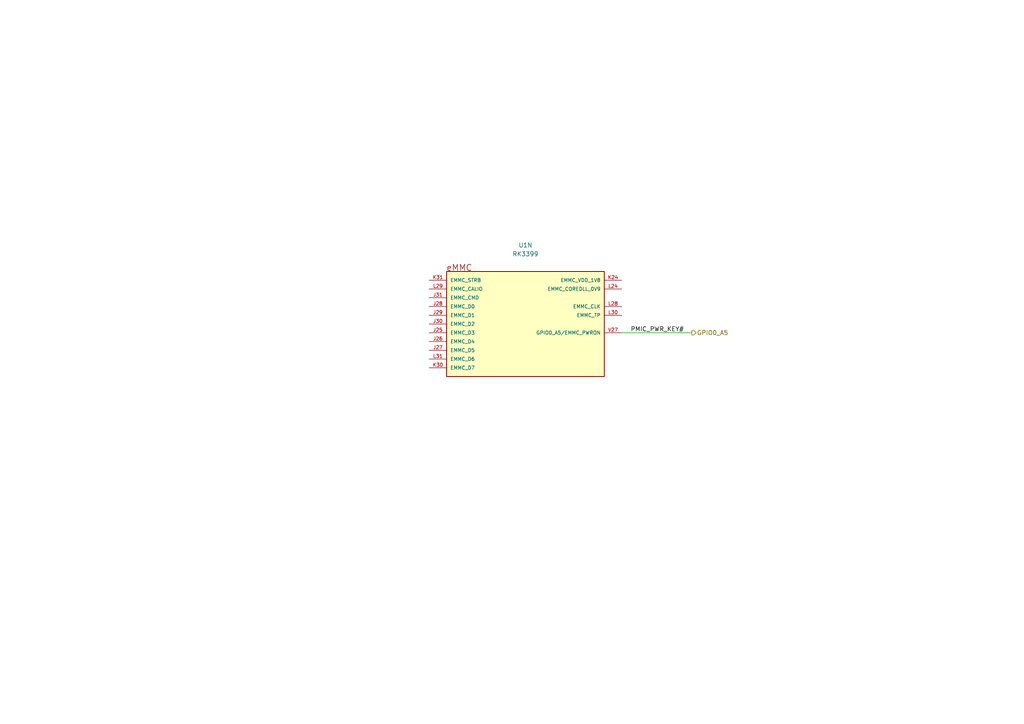
<source format=kicad_sch>
(kicad_sch (version 20250114) (generator "eeschema") (generator_version "9.0")
  (paper "A4")
  (title_block (date "2026-01-09") (rev "1.0.0"))
  (lib_symbols
    (symbol "component_library:System On Chip (SoC)/RK3399" (pin_names (offset 1.016))
      (property "Reference" "U" (at -15.24 119.38 0))
      (property "Value" "RK3399" (at -10.8483 -124.354 0))
      (symbol "System On Chip (SoC)/RK3399_1_0"
        (text "Internal Logic Ground and Digital IO Ground" (at -30.48 116.84 0) (effects (font (size 1.7823 1.7823)) (justify left bottom)))
        (pin power_in line (at -20.32 114.3 0) (length 5.08) (name "VSS_1") (number "A1"))
        (pin power_in line (at -20.32 111.76 0) (length 5.08) (name "VSS_2") (number "A27"))
        (pin power_in line (at -20.32 109.22 0) (length 5.08) (name "VSS_3") (number "A31"))
        (pin power_in line (at -20.32 106.68 0) (length 5.08) (name "VSS_4") (number "AA3"))
        (pin power_in line (at -20.32 104.14 0) (length 5.08) (name "VSS_5") (number "AA5"))
        (pin power_in line (at -20.32 101.6 0) (length 5.08) (name "VSS_6") (number "AA9"))
        (pin power_in line (at -20.32 99.06 0) (length 5.08) (name "VSS_7") (number "AF18"))
        (pin power_in line (at -20.32 96.52 0) (length 5.08) (name "VSS_8") (number "Y3"))
        (pin power_in line (at -20.32 93.98 0) (length 5.08) (name "VSS_9") (number "AB9"))
        (pin power_in line (at -20.32 91.44 0) (length 5.08) (name "VSS_10") (number "AF20"))
        (pin power_in line (at -20.32 88.9 0) (length 5.08) (name "VSS_11") (number "AD22"))
        (pin power_in line (at -20.32 86.36 0) (length 5.08) (name "VSS_12") (number "AC22"))
        (pin power_in line (at -20.32 83.82 0) (length 5.08) (name "VSS_13") (number "AC20"))
        (pin power_in line (at -20.32 81.28 0) (length 5.08) (name "VSS_14") (number "AE23"))
        (pin power_in line (at -20.32 78.74 0) (length 5.08) (name "VSS_15") (number "Y10"))
        (pin power_in line (at -20.32 76.2 0) (length 5.08) (name "VSS_16") (number "AC3"))
        (pin power_in line (at -20.32 73.66 0) (length 5.08) (name "VSS_17") (number "AD3"))
        (pin power_in line (at -20.32 71.12 0) (length 5.08) (name "VSS_18") (number "AD5"))
        (pin power_in line (at -20.32 68.58 0) (length 5.08) (name "VSS_19") (number "AD10"))
        (pin power_in line (at -20.32 66.04 0) (length 5.08) (name "VSS_20") (number "AF9"))
        (pin power_in line (at -20.32 63.5 0) (length 5.08) (name "VSS_21") (number "AG2"))
        (pin power_in line (at -20.32 60.96 0) (length 5.08) (name "VSS_22") (number "AJ5"))
        (pin power_in line (at -20.32 58.42 0) (length 5.08) (name "VSS_23") (number "AL1"))
        (pin power_in line (at -20.32 55.88 0) (length 5.08) (name "VSS_24") (number "B5"))
        (pin power_in line (at -20.32 53.34 0) (length 5.08) (name "VSS_25") (number "C8"))
        (pin power_in line (at -20.32 50.8 0) (length 5.08) (name "VSS_26") (number "C9"))
        (pin power_in line (at -20.32 48.26 0) (length 5.08) (name "VSS_27") (number "C11"))
        (pin power_in line (at -20.32 45.72 0) (length 5.08) (name "VSS_28") (number "C12"))
        (pin power_in line (at -20.32 43.18 0) (length 5.08) (name "VSS_29") (number "C14"))
        (pin power_in line (at -20.32 40.64 0) (length 5.08) (name "VSS_30") (number "C15"))
        (pin power_in line (at -20.32 38.1 0) (length 5.08) (name "VSS_31") (number "C17"))
        (pin power_in line (at -20.32 35.56 0) (length 5.08) (name "VSS_32") (number "C18"))
        (pin power_in line (at -20.32 33.02 0) (length 5.08) (name "VSS_33") (number "C20"))
        (pin power_in line (at -20.32 30.48 0) (length 5.08) (name "VSS_34") (number "C21"))
        (pin power_in line (at -20.32 27.94 0) (length 5.08) (name "VSS_35") (number "C23"))
        (pin power_in line (at -20.32 25.4 0) (length 5.08) (name "VSS_36") (number "C24"))
        (pin power_in line (at -20.32 22.86 0) (length 5.08) (name "VSS_37") (number "C26"))
        (pin power_in line (at -20.32 20.32 0) (length 5.08) (name "VSS_38") (number "D5"))
        (pin power_in line (at -20.32 17.78 0) (length 5.08) (name "VSS_39") (number "E2"))
        (pin power_in line (at -20.32 15.24 0) (length 5.08) (name "VSS_40") (number "E4"))
        (pin power_in line (at -20.32 12.7 0) (length 5.08) (name "VSS_41") (number "E7"))
        (pin power_in line (at -20.32 10.16 0) (length 5.08) (name "VSS_42") (number "E12"))
        (pin power_in line (at -20.32 7.62 0) (length 5.08) (name "VSS_43") (number "E15"))
        (pin power_in line (at -20.32 5.08 0) (length 5.08) (name "VSS_44") (number "E18"))
        (pin power_in line (at -20.32 2.54 0) (length 5.08) (name "VSS_45") (number "E21"))
        (pin power_in line (at -20.32 0 0) (length 5.08) (name "VSS_46") (number "E24"))
        (pin power_in line (at -20.32 -2.54 0) (length 5.08) (name "VSS_47") (number "E31"))
        (pin power_in line (at -20.32 -5.08 0) (length 5.08) (name "VSS_48") (number "F8"))
        (pin power_in line (at -20.32 -7.62 0) (length 5.08) (name "VSS_49") (number "F15"))
        (pin power_in line (at -20.32 -10.16 0) (length 5.08) (name "VSS_50") (number "F18"))
        (pin power_in line (at -20.32 -12.7 0) (length 5.08) (name "VSS_51") (number "F20"))
        (pin power_in line (at -20.32 -15.24 0) (length 5.08) (name "VSS_52") (number "F21"))
        (pin power_in line (at -20.32 -17.78 0) (length 5.08) (name "VSS_53") (number "G5"))
        (pin power_in line (at -20.32 -20.32 0) (length 5.08) (name "VSS_54") (number "G9"))
        (pin power_in line (at -20.32 -22.86 0) (length 5.08) (name "VSS_55") (number "G18"))
        (pin power_in line (at -20.32 -25.4 0) (length 5.08) (name "VSS_56") (number "G27"))
        (pin power_in line (at -20.32 -27.94 0) (length 5.08) (name "VSS_57") (number "H3"))
        (pin power_in line (at -20.32 -30.48 0) (length 5.08) (name "VSS_58") (number "H9"))
        (pin power_in line (at -20.32 -33.02 0) (length 5.08) (name "VSS_59") (number "H10"))
        (pin power_in line (at -20.32 -35.56 0) (length 5.08) (name "VSS_60") (number "H11"))
        (pin power_in line (at -20.32 -38.1 0) (length 5.08) (name "VSS_61") (number "H12"))
        (pin power_in line (at -20.32 -40.64 0) (length 5.08) (name "VSS_62") (number "H13"))
        (pin power_in line (at -20.32 -43.18 0) (length 5.08) (name "VSS_63") (number "H15"))
        (pin power_in line (at -20.32 -45.72 0) (length 5.08) (name "VSS_64") (number "H16"))
        (pin power_in line (at -20.32 -48.26 0) (length 5.08) (name "VSS_65") (number "H17"))
        (pin power_in line (at -20.32 -50.8 0) (length 5.08) (name "VSS_66") (number "H18"))
        (pin power_in line (at -20.32 -53.34 0) (length 5.08) (name "VSS_67") (number "H26"))
        (pin power_in line (at -20.32 -55.88 0) (length 5.08) (name "VSS_68") (number "J3"))
        (pin power_in line (at -20.32 -58.42 0) (length 5.08) (name "VSS_69") (number "J6"))
        (pin power_in line (at -20.32 -60.96 0) (length 5.08) (name "VSS_70") (number "J7"))
        (pin power_in line (at -20.32 -63.5 0) (length 5.08) (name "VSS_71") (number "J8"))
        (pin power_in line (at -20.32 -66.04 0) (length 5.08) (name "VSS_72") (number "J9"))
        (pin power_in line (at -20.32 -68.58 0) (length 5.08) (name "VSS_73") (number "J10"))
        (pin power_in line (at -20.32 -71.12 0) (length 5.08) (name "VSS_74") (number "K8"))
        (pin power_in line (at -20.32 -73.66 0) (length 5.08) (name "VSS_75") (number "K9"))
        (pin power_in line (at -20.32 -76.2 0) (length 5.08) (name "VSS_76") (number "K10"))
        (pin power_in line (at -20.32 -78.74 0) (length 5.08) (name "VSS_77") (number "K12"))
        (pin power_in line (at -20.32 -81.28 0) (length 5.08) (name "VSS_78") (number "K14"))
        (pin power_in line (at -20.32 -83.82 0) (length 5.08) (name "VSS_79") (number "K16"))
        (pin power_in line (at -20.32 -86.36 0) (length 5.08) (name "VSS_80") (number "K18"))
        (pin power_in line (at -20.32 -88.9 0) (length 5.08) (name "VSS_81") (number "W21"))
        (pin power_in line (at -20.32 -91.44 0) (length 5.08) (name "VSS_82") (number "K20"))
        (pin power_in line (at -20.32 -93.98 0) (length 5.08) (name "VSS_83") (number "N19"))
        (pin power_in line (at -20.32 -96.52 0) (length 5.08) (name "VSS_84") (number "K22"))
        (pin power_in line (at -20.32 -99.06 0) (length 5.08) (name "VSS_85") (number "L3"))
        (pin power_in line (at -20.32 -101.6 0) (length 5.08) (name "VSS_86") (number "L6"))
        (pin power_in line (at -20.32 -104.14 0) (length 5.08) (name "VSS_87") (number "L8"))
        (pin power_in line (at -20.32 -106.68 0) (length 5.08) (name "VSS_88") (number "L11"))
        (pin power_in line (at -20.32 -109.22 0) (length 5.08) (name "VSS_89") (number "L12"))
        (pin power_in line (at -20.32 -111.76 0) (length 5.08) (name "VSS_90") (number "L13"))
        (pin power_in line (at 20.32 114.3 180) (length 5.08) (name "VSS_91") (number "L14"))
        (pin power_in line (at 20.32 111.76 180) (length 5.08) (name "VSS_92") (number "L15"))
        (pin power_in line (at 20.32 109.22 180) (length 5.08) (name "VSS_93") (number "L16"))
        (pin power_in line (at 20.32 106.68 180) (length 5.08) (name "VSS_94") (number "N17"))
        (pin power_in line (at 20.32 104.14 180) (length 5.08) (name "VSS_95") (number "Y17"))
        (pin power_in line (at 20.32 101.6 180) (length 5.08) (name "VSS_96") (number "L20"))
        (pin power_in line (at 20.32 99.06 180) (length 5.08) (name "VSS_97") (number "L22"))
        (pin power_in line (at 20.32 96.52 180) (length 5.08) (name "VSS_98") (number "N21"))
        (pin power_in line (at 20.32 93.98 180) (length 5.08) (name "VSS_99") (number "L27"))
        (pin power_in line (at 20.32 91.44 180) (length 5.08) (name "VSS_100") (number "M3"))
        (pin power_in line (at 20.32 88.9 180) (length 5.08) (name "VSS_101") (number "M8"))
        (pin power_in line (at 20.32 86.36 180) (length 5.08) (name "VSS_102") (number "M10"))
        (pin power_in line (at 20.32 83.82 180) (length 5.08) (name "VSS_103") (number "M16"))
        (pin power_in line (at 20.32 81.28 180) (length 5.08) (name "VSS_104") (number "M23"))
        (pin power_in line (at 20.32 78.74 180) (length 5.08) (name "VSS_105") (number "N8"))
        (pin power_in line (at 20.32 76.2 180) (length 5.08) (name "VSS_106") (number "P11"))
        (pin power_in line (at 20.32 73.66 180) (length 5.08) (name "VSS_107") (number "P12"))
        (pin power_in line (at 20.32 71.12 180) (length 5.08) (name "VSS_108") (number "N13"))
        (pin power_in line (at 20.32 68.58 180) (length 5.08) (name "VSS_109") (number "N14"))
        (pin power_in line (at 20.32 66.04 180) (length 5.08) (name "VSS_110") (number "N15"))
        (pin power_in line (at 20.32 63.5 180) (length 5.08) (name "VSS_111") (number "N16"))
        (pin power_in line (at 20.32 60.96 180) (length 5.08) (name "VSS_112") (number "P3"))
        (pin power_in line (at 20.32 58.42 180) (length 5.08) (name "VSS_113") (number "P6"))
        (pin power_in line (at 20.32 55.88 180) (length 5.08) (name "VSS_114") (number "P7"))
        (pin power_in line (at 20.32 53.34 180) (length 5.08) (name "VSS_115") (number "P8"))
        (pin power_in line (at 20.32 50.8 180) (length 5.08) (name "VSS_116") (number "P10"))
        (pin power_in line (at 20.32 48.26 180) (length 5.08) (name "VSS_117") (number "P16"))
        (pin power_in line (at 20.32 45.72 180) (length 5.08) (name "VSS_118") (number "Y16"))
        (pin power_in line (at 20.32 43.18 180) (length 5.08) (name "VSS_119") (number "P19"))
        (pin power_in line (at 20.32 40.64 180) (length 5.08) (name "VSS_120") (number "R21"))
        (pin power_in line (at 20.32 38.1 180) (length 5.08) (name "VSS_121") (number "P21"))
        (pin power_in line (at 20.32 35.56 180) (length 5.08) (name "VSS_122") (number "T19"))
        (pin power_in line (at 20.32 33.02 180) (length 5.08) (name "VSS_123") (number "R3"))
        (pin power_in line (at 20.32 30.48 180) (length 5.08) (name "VSS_124") (number "R5"))
        (pin power_in line (at 20.32 27.94 180) (length 5.08) (name "VSS_125") (number "R6"))
        (pin power_in line (at 20.32 25.4 180) (length 5.08) (name "VSS_126") (number "U11"))
        (pin power_in line (at 20.32 22.86 180) (length 5.08) (name "VSS_127") (number "U12"))
        (pin power_in line (at 20.32 20.32 180) (length 5.08) (name "VSS_128") (number "W13"))
        (pin power_in line (at 20.32 17.78 180) (length 5.08) (name "VSS_129") (number "R14"))
        (pin power_in line (at 20.32 15.24 180) (length 5.08) (name "VSS_130") (number "R15"))
        (pin power_in line (at 20.32 12.7 180) (length 5.08) (name "VSS_131") (number "R16"))
        (pin power_in line (at 20.32 10.16 180) (length 5.08) (name "VSS_132") (number "AC21"))
        (pin power_in line (at 20.32 7.62 180) (length 5.08) (name "VSS_133") (number "R23"))
        (pin power_in line (at 20.32 5.08 180) (length 5.08) (name "VSS_134") (number "T8"))
        (pin power_in line (at 20.32 2.54 180) (length 5.08) (name "VSS_135") (number "T10"))
        (pin power_in line (at 20.32 0 180) (length 5.08) (name "VSS_136") (number "Y12"))
        (pin power_in line (at 20.32 -2.54 180) (length 5.08) (name "VSS_137") (number "U14"))
        (pin power_in line (at 20.32 -5.08 180) (length 5.08) (name "VSS_138") (number "T16"))
        (pin power_in line (at 20.32 -7.62 180) (length 5.08) (name "VSS_139") (number "T21"))
        (pin power_in line (at 20.32 -10.16 180) (length 5.08) (name "VSS_140") (number "AB19"))
        (pin power_in line (at 20.32 -12.7 180) (length 5.08) (name "VSS_141") (number "U3"))
        (pin power_in line (at 20.32 -15.24 180) (length 5.08) (name "VSS_142") (number "U8"))
        (pin power_in line (at 20.32 -17.78 180) (length 5.08) (name "VSS_143") (number "U15"))
        (pin power_in line (at 20.32 -20.32 180) (length 5.08) (name "VSS_144") (number "U16"))
        (pin power_in line (at 20.32 -22.86 180) (length 5.08) (name "VSS_145") (number "AC18"))
        (pin power_in line (at 20.32 -25.4 180) (length 5.08) (name "VSS_146") (number "U19"))
        (pin power_in line (at 20.32 -27.94 180) (length 5.08) (name "VSS_147") (number "U21"))
        (pin power_in line (at 20.32 -30.48 180) (length 5.08) (name "VSS_148") (number "V17"))
        (pin power_in line (at 20.32 -33.02 180) (length 5.08) (name "VSS_149") (number "U22"))
        (pin power_in line (at 20.32 -35.56 180) (length 5.08) (name "VSS_150") (number "U29"))
        (pin power_in line (at 20.32 -38.1 180) (length 5.08) (name "VSS_151") (number "V3"))
        (pin power_in line (at 20.32 -40.64 180) (length 5.08) (name "VSS_152") (number "V5"))
        (pin power_in line (at 20.32 -43.18 180) (length 5.08) (name "VSS_153") (number "V8"))
        (pin power_in line (at 20.32 -45.72 180) (length 5.08) (name "VSS_154") (number "V10"))
        (pin power_in line (at 20.32 -48.26 180) (length 5.08) (name "VSS_155") (number "Y11"))
        (pin power_in line (at 20.32 -50.8 180) (length 5.08) (name "VSS_156") (number "Y14"))
        (pin power_in line (at 20.32 -53.34 180) (length 5.08) (name "VSS_157") (number "Y15"))
        (pin power_in line (at 20.32 -55.88 180) (length 5.08) (name "VSS_158") (number "W22"))
        (pin power_in line (at 20.32 -58.42 180) (length 5.08) (name "VSS_159") (number "W17"))
        (pin power_in line (at 20.32 -60.96 180) (length 5.08) (name "VSS_160") (number "W30"))
        (pin power_in line (at 20.32 -63.5 180) (length 5.08) (name "VSS_161") (number "W8"))
        (pin power_in line (at 20.32 -66.04 180) (length 5.08) (name "VSS_162") (number "W9"))
        (pin power_in line (at 20.32 -68.58 180) (length 5.08) (name "VSS_163") (number "AD21"))
        (pin power_in line (at 20.32 -71.12 180) (length 5.08) (name "VSS_164") (number "Y13"))
        (pin power_in line (at 20.32 -73.66 180) (length 5.08) (name "VSS_165") (number "R18"))
        (pin power_in line (at 20.32 -76.2 180) (length 5.08) (name "VSS_166") (number "Y9"))
        (pin power_in line (at 20.32 -78.74 180) (length 5.08) (name "VSS_167") (number "W19"))
        (pin power_in line (at 20.32 -81.28 180) (length 5.08) (name "VSS_168") (number "T18"))
        (pin power_in line (at 20.32 -83.82 180) (length 5.08) (name "VSS_169") (number "W18"))
        (pin power_in line (at 20.32 -86.36 180) (length 5.08) (name "VSS_170") (number "Y20"))
        (pin power_in line (at 20.32 -88.9 180) (length 5.08) (name "VSS_171") (number "AJ28"))
        (pin power_in line (at 20.32 -91.44 180) (length 5.08) (name "VSS_172") (number "AJ21"))
        (pin power_in line (at 20.32 -93.98 180) (length 5.08) (name "VSS_173") (number "AJ23"))
        (pin power_in line (at 20.32 -96.52 180) (length 5.08) (name "VSS_174") (number "AJ24"))
        (pin power_in line (at 20.32 -99.06 180) (length 5.08) (name "VSS_175") (number "AJ26"))
        (pin power_in line (at 20.32 -101.6 180) (length 5.08) (name "VSS_176") (number "AJ27"))
        (pin power_in line (at 20.32 -104.14 180) (length 5.08) (name "VSS_177") (number "AA13"))
        (pin power_in line (at 20.32 -106.68 180) (length 5.08) (name "VSS_178") (number "AL31"))
        (pin power_in line (at 20.32 -109.22 180) (length 5.08) (name "VSS_179") (number "AA10"))
        (pin power_in line (at 20.32 -111.76 180) (length 5.08) (name "VSS_180") (number "AJ20"))
      )
      (symbol "System On Chip (SoC)/RK3399_2_0"
        (text "Analog Ground" (at -15.3236 48.4013 0) (effects (font (size 1.784 1.784)) (justify left bottom)))
        (pin power_in line (at -20.32 43.18 0) (length 5.08) (name "AVSS_1") (number "Y23"))
        (pin power_in line (at -20.32 40.64 0) (length 5.08) (name "AVSS_2") (number "AF23"))
        (pin power_in line (at -20.32 38.1 0) (length 5.08) (name "AVSS_3") (number "AF24"))
        (pin power_in line (at -20.32 35.56 0) (length 5.08) (name "AVSS_4") (number "AA23"))
        (pin power_in line (at -20.32 33.02 0) (length 5.08) (name "AVSS_5") (number "AB23"))
        (pin power_in line (at -20.32 30.48 0) (length 5.08) (name "AVSS_6") (number "AA26"))
        (pin power_in line (at -20.32 27.94 0) (length 5.08) (name "AVSS_7") (number "AA29"))
        (pin power_in line (at -20.32 25.4 0) (length 5.08) (name "AVSS_8") (number "AB11"))
        (pin power_in line (at -20.32 22.86 0) (length 5.08) (name "AVSS_9") (number "AB13"))
        (pin power_in line (at -20.32 20.32 0) (length 5.08) (name "AVSS_10") (number "AC15"))
        (pin power_in line (at -20.32 17.78 0) (length 5.08) (name "AVSS_11") (number "AD13"))
        (pin power_in line (at -20.32 15.24 0) (length 5.08) (name "AVSS_12") (number "AB10"))
        (pin power_in line (at -20.32 12.7 0) (length 5.08) (name "AVSS_13") (number "AA11"))
        (pin power_in line (at -20.32 10.16 0) (length 5.08) (name "AVSS_14") (number "AC26"))
        (pin power_in line (at -20.32 7.62 0) (length 5.08) (name "AVSS_15") (number "AC29"))
        (pin power_in line (at -20.32 5.08 0) (length 5.08) (name "AVSS_16") (number "AD17"))
        (pin power_in line (at -20.32 2.54 0) (length 5.08) (name "AVSS_17") (number "AA12"))
        (pin power_in line (at -20.32 0 0) (length 5.08) (name "AVSS_18") (number "AC16"))
        (pin power_in line (at -20.32 -2.54 0) (length 5.08) (name "AVSS_19") (number "AC23"))
        (pin power_in line (at -20.32 -5.08 0) (length 5.08) (name "AVSS_20") (number "AD29"))
        (pin power_in line (at -20.32 -7.62 0) (length 5.08) (name "AVSS_21") (number "AE11"))
        (pin power_in line (at -20.32 -10.16 0) (length 5.08) (name "AVSS_22") (number "AE12"))
        (pin power_in line (at -20.32 -12.7 0) (length 5.08) (name "AVSS_23") (number "AE14"))
        (pin power_in line (at -20.32 -15.24 0) (length 5.08) (name "AVSS_24") (number "AE17"))
        (pin power_in line (at -20.32 -17.78 0) (length 5.08) (name "AVSS_25") (number "AE27"))
        (pin power_in line (at -20.32 -20.32 0) (length 5.08) (name "AVSS_26") (number "AA14"))
        (pin power_in line (at -20.32 -22.86 0) (length 5.08) (name "AVSS_27") (number "AF17"))
        (pin power_in line (at -20.32 -25.4 0) (length 5.08) (name "AVSS_28") (number "AF29"))
        (pin power_in line (at -20.32 -27.94 0) (length 5.08) (name "AVSS_29") (number "AG29"))
        (pin power_in line (at -20.32 -30.48 0) (length 5.08) (name "AVSS_30") (number "AH29"))
        (pin power_in line (at -20.32 -33.02 0) (length 5.08) (name "AVSS_31") (number "AJ6"))
        (pin power_in line (at -20.32 -35.56 0) (length 5.08) (name "AVSS_32") (number "AJ8"))
        (pin power_in line (at -20.32 -38.1 0) (length 5.08) (name "AVSS_33") (number "AJ9"))
        (pin power_in line (at -20.32 -40.64 0) (length 5.08) (name "AVSS_34") (number "AJ11"))
        (pin power_in line (at -20.32 -43.18 0) (length 5.08) (name "AVSS_35") (number "AJ12"))
        (pin power_in line (at 20.32 43.18 180) (length 5.08) (name "AVSS_36") (number "AJ14"))
        (pin power_in line (at 20.32 40.64 180) (length 5.08) (name "AVSS_37") (number "AJ15"))
        (pin power_in line (at 20.32 38.1 180) (length 5.08) (name "AVSS_38") (number "AJ17"))
        (pin power_in line (at 20.32 35.56 180) (length 5.08) (name "AVSS_39") (number "AJ18"))
        (pin power_in line (at 20.32 33.02 180) (length 5.08) (name "AVSS_40") (number "AD26"))
        (pin power_in line (at 20.32 30.48 180) (length 5.08) (name "AVSS_41") (number "AB16"))
        (pin power_in line (at 20.32 27.94 180) (length 5.08) (name "AVSS_42") (number "AB15"))
        (pin power_in line (at 20.32 25.4 180) (length 5.08) (name "AVSS_43") (number "AC17"))
        (pin power_in line (at 20.32 22.86 180) (length 5.08) (name "AVSS_44") (number "AC11"))
        (pin power_in line (at 20.32 20.32 180) (length 5.08) (name "AVSS_45") (number "AC13"))
        (pin power_in line (at 20.32 17.78 180) (length 5.08) (name "AVSS_46") (number "W23"))
        (pin power_in line (at 20.32 15.24 180) (length 5.08) (name "AVSS_47") (number "AJ29"))
        (pin power_in line (at 20.32 12.7 180) (length 5.08) (name "AVSS_48") (number "Y29"))
        (pin power_in line (at 20.32 10.16 180) (length 5.08) (name "AVSS_49") (number "U23"))
        (pin power_in line (at 20.32 7.62 180) (length 5.08) (name "AVSS_50") (number "V23"))
        (pin power_in line (at 20.32 5.08 180) (length 5.08) (name "AVSS_51") (number "AC25"))
        (pin power_in line (at 20.32 2.54 180) (length 5.08) (name "AVSS_52") (number "AB17"))
        (pin power_in line (at 20.32 0 180) (length 5.08) (name "AVSS_53") (number "AA15"))
        (pin power_in line (at 20.32 -7.62 180) (length 5.08) (name "EDP_AVSS_1") (number "B31"))
        (pin power_in line (at 20.32 -10.16 180) (length 5.08) (name "EDP_AVSS_2") (number "C28"))
        (pin power_in line (at 20.32 -12.7 180) (length 5.08) (name "EDP_AVSS_3") (number "C29"))
        (pin power_in line (at 20.32 -15.24 180) (length 5.08) (name "EDP_AVSS_4") (number "D29"))
        (pin power_in line (at 20.32 -17.78 180) (length 5.08) (name "EDP_AVSS_5") (number "H19"))
        (pin power_in line (at 20.32 -20.32 180) (length 5.08) (name "EDP_AVSS_6") (number "J21"))
        (pin power_in line (at 20.32 -30.48 180) (length 5.08) (name "PLL_AVSS") (number "P17"))
      )
      (symbol "System On Chip (SoC)/RK3399_3_0"
        (text "Internal Center Logic Power" (at -17.78 7.62 0) (effects (font (size 1.7808 1.7808)) (justify left bottom)))
        (pin power_in line (at -25.4 5.08 0) (length 5.08) (name "CENTERLOGIC_VDD_1") (number "M11"))
        (pin power_in line (at -25.4 2.54 0) (length 5.08) (name "CENTERLOGIC_VDD_2") (number "M12"))
        (pin power_in line (at -25.4 0 0) (length 5.08) (name "CENTERLOGIC_VDD_3") (number "M13"))
        (pin power_in line (at -25.4 -2.54 0) (length 5.08) (name "CENTERLOGIC_VDD_4") (number "M14"))
        (pin power_in line (at -25.4 -5.08 0) (length 5.08) (name "CENTERLOGIC_VDD_5") (number "M15"))
        (pin power_in line (at 25.4 5.08 180) (length 5.08) (name "CENTERLOGIC_VDD_6") (number "N11"))
        (pin power_in line (at 25.4 2.54 180) (length 5.08) (name "CENTERLOGIC_VDD_7") (number "N12"))
        (pin power_in line (at 25.4 0 180) (length 5.08) (name "CENTERLOGIC_VDD_8") (number "P13"))
        (pin power_in line (at 25.4 -2.54 180) (length 5.08) (name "CENTERLOGIC_VDD_9") (number "P14"))
        (pin power_in line (at 25.4 -5.08 180) (length 5.08) (name "CENTERLOGIC_VDD_10") (number "P15"))
      )
      (symbol "System On Chip (SoC)/RK3399_4_0"
        (text "Internal GPU Power" (at -15.3324 15.3417 0) (effects (font (size 1.7843 1.7843)) (justify left bottom)))
        (pin power_in line (at -20.32 12.7 0) (length 5.08) (name "GPU_VDD_1") (number "W11"))
        (pin power_in line (at -20.32 10.16 0) (length 5.08) (name "GPU_VDD_2") (number "W12"))
        (pin power_in line (at -20.32 7.62 0) (length 5.08) (name "GPU_VDD_3") (number "W14"))
        (pin power_in line (at -20.32 5.08 0) (length 5.08) (name "GPU_VDD_4") (number "V15"))
        (pin power_in line (at -20.32 2.54 0) (length 5.08) (name "GPU_VDD_5") (number "V14"))
        (pin power_in line (at -20.32 0 0) (length 5.08) (name "GPU_VDD_6") (number "V13"))
        (pin power_in line (at -20.32 -2.54 0) (length 5.08) (name "GPU_VDD_7") (number "U13"))
        (pin power_in line (at -20.32 -5.08 0) (length 5.08) (name "GPU_VDD_8") (number "R11"))
        (pin power_in line (at -20.32 -7.62 0) (length 5.08) (name "GPU_VDD_9") (number "R12"))
        (pin power_in line (at -20.32 -10.16 0) (length 5.08) (name "GPU_VDD_10") (number "T11"))
        (pin power_in line (at 20.32 12.7 180) (length 5.08) (name "GPU_VDD_11") (number "T12"))
        (pin power_in line (at 20.32 10.16 180) (length 5.08) (name "GPU_VDD_12") (number "T13"))
        (pin power_in line (at 20.32 7.62 180) (length 5.08) (name "GPU_VDD_13") (number "R13"))
        (pin power_in line (at 20.32 5.08 180) (length 5.08) (name "GPU_VDD_14") (number "T14"))
        (pin power_in line (at 20.32 2.54 180) (length 5.08) (name "GPU_VDD_15") (number "V11"))
        (pin power_in line (at 20.32 0 180) (length 5.08) (name "GPU_VDD_16") (number "V12"))
        (pin power_in line (at 20.32 -2.54 180) (length 5.08) (name "GPU_VDD_17") (number "V16"))
        (pin power_in line (at 20.32 -5.08 180) (length 5.08) (name "GPU_VDD_18") (number "W16"))
        (pin power_in line (at 20.32 -7.62 180) (length 5.08) (name "GPU_VDD_19") (number "W15"))
        (pin power_in line (at 20.32 -10.16 180) (length 5.08) (name "GPU_VDD_20") (number "W10"))
        (pin power_out line (at 20.32 -12.7 180) (length 5.08) (name "GPU_VDD_COM") (number "T15"))
      )
      (symbol "System On Chip (SoC)/RK3399_5_0"
        (text "Internal BIG CPU A72 Power" (at -17.78 10.16 0) (effects (font (size 1.7837 1.7837)) (justify left bottom)))
        (pin power_in line (at -20.32 7.62 0) (length 5.08) (name "BIGCPU_VDD_1") (number "L19"))
        (pin power_in line (at -20.32 5.08 0) (length 5.08) (name "BIGCPU_VDD_2") (number "L21"))
        (pin power_in line (at -20.32 2.54 0) (length 5.08) (name "BIGCPU_VDD_3") (number "M18"))
        (pin power_in line (at -20.32 0 0) (length 5.08) (name "BIGCPU_VDD_4") (number "M19"))
        (pin power_in line (at -20.32 -2.54 0) (length 5.08) (name "BIGCPU_VDD_5") (number "M20"))
        (pin power_in line (at -20.32 -5.08 0) (length 5.08) (name "BIGCPU_VDD_6") (number "M21"))
        (pin power_in line (at -20.32 -7.62 0) (length 5.08) (name "BIGCPU_VDD_7") (number "M22"))
        (pin power_in line (at 20.32 7.62 180) (length 5.08) (name "BIGCPU_VDD_8") (number "L18"))
        (pin power_in line (at 20.32 5.08 180) (length 5.08) (name "BIGCPU_VDD_9") (number "N22"))
        (pin power_in line (at 20.32 2.54 180) (length 5.08) (name "BIGCPU_VDD_10") (number "N20"))
        (pin power_in line (at 20.32 0 180) (length 5.08) (name "BIGCPU_VDD_11") (number "L23"))
        (pin power_in line (at 20.32 -2.54 180) (length 5.08) (name "BIGCPU_VDD_12") (number "K19"))
        (pin power_in line (at 20.32 -5.08 180) (length 5.08) (name "BIGCPU_VDD_13") (number "K21"))
        (pin power_out line (at 20.32 -7.62 180) (length 5.08) (name "BIGCPU_VDD_COM") (number "N18"))
      )
      (symbol "System On Chip (SoC)/RK3399_6_0"
        (text "Internal Logic Power" (at -15.24 10.16 0) (effects (font (size 1.7838 1.7838)) (justify left bottom)))
        (pin power_in line (at -20.32 7.62 0) (length 5.08) (name "LOGIC_VDD_1") (number "V22"))
        (pin power_in line (at -20.32 5.08 0) (length 5.08) (name "LOGIC_VDD_2") (number "V21"))
        (pin power_in line (at -20.32 2.54 0) (length 5.08) (name "LOGIC_VDD_3") (number "V20"))
        (pin power_in line (at -20.32 0 0) (length 5.08) (name "LOGIC_VDD_4") (number "V19"))
        (pin power_in line (at -20.32 -2.54 0) (length 5.08) (name "LOGIC_VDD_5") (number "V18"))
        (pin power_in line (at -20.32 -5.08 0) (length 5.08) (name "LOGIC_VDD_6") (number "W20"))
        (pin power_in line (at 20.32 7.62 180) (length 5.08) (name "LOGIC_VDD_7") (number "U18"))
        (pin power_in line (at 20.32 5.08 180) (length 5.08) (name "LOGIC_VDD_8") (number "U17"))
        (pin power_in line (at 20.32 2.54 180) (length 5.08) (name "LOGIC_VDD_9") (number "M17"))
        (pin power_in line (at 20.32 0 180) (length 5.08) (name "LOGIC_VDD_10") (number "L17"))
        (pin power_in line (at 20.32 -2.54 180) (length 5.08) (name "LOGIC_VDD_11") (number "T17"))
        (pin power_in line (at 20.32 -5.08 180) (length 5.08) (name "LOGIC_VDD_12") (number "U20"))
      )
      (symbol "System On Chip (SoC)/RK3399_7_0"
        (text "Internal LITTLE CPU A53 Power" (at -20.4095 5.1351 0) (effects (font (size 1.7835 1.7835)) (justify left bottom)))
        (pin power_in line (at -20.32 2.54 0) (length 5.08) (name "LITCPU_VDD_1") (number "P20"))
        (pin power_in line (at -20.32 0 0) (length 5.08) (name "LITCPU_VDD_2") (number "R19"))
        (pin power_in line (at -20.32 -2.54 0) (length 5.08) (name "LITCPU_VDD_3") (number "R20"))
        (pin power_in line (at -20.32 -5.08 0) (length 5.08) (name "LITCPU_VDD_4") (number "P22"))
        (pin power_in line (at 20.32 2.54 180) (length 5.08) (name "LITCPU_VDD_5") (number "T22"))
        (pin power_in line (at 20.32 0 180) (length 5.08) (name "LITCPU_VDD_6") (number "T20"))
        (pin power_in line (at 20.32 -2.54 180) (length 5.08) (name "LITCPU_VDD_7") (number "R22"))
      )
      (symbol "System On Chip (SoC)/RK3399_8_0"
        (text "PCIe differential data I/O signals" (at -20.4082 22.9382 0) (effects (font (size 1.7834 1.7834)) (justify left bottom)))
        (pin input line (at -25.4 20.32 0) (length 5.08) (name "PCIE_RX0_P") (number "AF30"))
        (pin input line (at -25.4 17.78 0) (length 5.08) (name "PCIE_RX0_N") (number "AF31"))
        (pin input line (at -25.4 12.7 0) (length 5.08) (name "PCIE_RX1_P") (number "AH30"))
        (pin input line (at -25.4 10.16 0) (length 5.08) (name "PCIE_RX1_N") (number "AH31"))
        (pin input line (at -25.4 5.08 0) (length 5.08) (name "PCIE_RX2_P") (number "AC27"))
        (pin input line (at -25.4 2.54 0) (length 5.08) (name "PCIE_RX2_N") (number "AC28"))
        (pin input line (at -25.4 -2.54 0) (length 5.08) (name "PCIE_RX3_P") (number "AF27"))
        (pin input line (at -25.4 -5.08 0) (length 5.08) (name "PCIE_RX3_N") (number "AF28"))
        (pin input clock (at -25.4 -10.16 0) (length 5.08) (name "GPIO4_D0/PCIE_CLKREQNB") (number "AE6"))
        (pin power_in line (at 25.4 20.32 180) (length 5.08) (name "PCIE_AVDD_0V9") (number "W24"))
        (pin power_in line (at 25.4 17.78 180) (length 5.08) (name "PCIE_AVDD_1V8") (number "Y24"))
        (pin output line (at 25.4 12.7 180) (length 5.08) (name "PCIE_TX0_P") (number "AE30"))
        (pin output line (at 25.4 10.16 180) (length 5.08) (name "PCIE_TX0_N") (number "AE31"))
        (pin output line (at 25.4 5.08 180) (length 5.08) (name "PCIE_TX1_P") (number "AG30"))
        (pin output line (at 25.4 2.54 180) (length 5.08) (name "PCIE_TX1_N") (number "AG31"))
        (pin output line (at 25.4 -2.54 180) (length 5.08) (name "PCIE_TX2_P") (number "AA27"))
        (pin output line (at 25.4 -5.08 180) (length 5.08) (name "PCIE_TX2_N") (number "AA28"))
        (pin output line (at 25.4 -10.16 180) (length 5.08) (name "PCIE_TX3_P") (number "AD27"))
        (pin output line (at 25.4 -12.7 180) (length 5.08) (name "PCIE_TX3_N") (number "AD28"))
        (pin output line (at 25.4 -17.78 180) (length 5.08) (name "PCIE_RCLK_100M_N") (number "AD30"))
        (pin output line (at 25.4 -20.32 180) (length 5.08) (name "PCIE_RCLK_100M_P") (number "AD31"))
      )
      (symbol "System On Chip (SoC)/RK3399_9_0"
        (text "DDRC0" (at -20.4006 73.8062 0) (effects (font (size 1.7827 1.7827)) (justify left bottom)))
        (pin bidirectional line (at -25.4 71.12 0) (length 5.08) (name "DDR0_DQ0") (number "AB2"))
        (pin bidirectional line (at -25.4 68.58 0) (length 5.08) (name "DDR0_DQ1") (number "AB1"))
        (pin bidirectional line (at -25.4 66.04 0) (length 5.08) (name "DDR0_DQ2") (number "AA2"))
        (pin bidirectional line (at -25.4 63.5 0) (length 5.08) (name "DDR0_DQ3") (number "AA1"))
        (pin bidirectional line (at -25.4 60.96 0) (length 5.08) (name "DDR0_DQ4") (number "Y2"))
        (pin bidirectional line (at -25.4 58.42 0) (length 5.08) (name "DDR0_DQ5") (number "Y1"))
        (pin bidirectional line (at -25.4 55.88 0) (length 5.08) (name "DDR0_DQ6") (number "W1"))
        (pin bidirectional line (at -25.4 53.34 0) (length 5.08) (name "DDR0_DQ7") (number "W2"))
        (pin bidirectional line (at -25.4 50.8 0) (length 5.08) (name "DDR0_DQ8") (number "AF2"))
        (pin bidirectional line (at -25.4 48.26 0) (length 5.08) (name "DDR0_DQ9") (number "AE2"))
        (pin bidirectional line (at -25.4 45.72 0) (length 5.08) (name "DDR0_DQ10") (number "AF1"))
        (pin bidirectional line (at -25.4 43.18 0) (length 5.08) (name "DDR0_DQ11") (number "AD2"))
        (pin bidirectional line (at -25.4 40.64 0) (length 5.08) (name "DDR0_DQ12") (number "AE1"))
        (pin bidirectional line (at -25.4 38.1 0) (length 5.08) (name "DDR0_DQ13") (number "AD1"))
        (pin bidirectional line (at -25.4 35.56 0) (length 5.08) (name "DDR0_DQ14") (number "AC1"))
        (pin bidirectional line (at -25.4 33.02 0) (length 5.08) (name "DDR0_DQ15") (number "AC2"))
        (pin bidirectional line (at -25.4 30.48 0) (length 5.08) (name "DDR0_DQ16") (number "V1"))
        (pin bidirectional line (at -25.4 27.94 0) (length 5.08) (name "DDR0_DQ17") (number "V2"))
        (pin bidirectional line (at -25.4 25.4 0) (length 5.08) (name "DDR0_DQ18") (number "U1"))
        (pin bidirectional line (at -25.4 22.86 0) (length 5.08) (name "DDR0_DQ19") (number "U2"))
        (pin bidirectional line (at -25.4 20.32 0) (length 5.08) (name "DDR0_DQ20") (number "T1"))
        (pin bidirectional line (at -25.4 17.78 0) (length 5.08) (name "DDR0_DQ21") (number "T2"))
        (pin bidirectional line (at -25.4 15.24 0) (length 5.08) (name "DDR0_DQ22") (number "R2"))
        (pin bidirectional line (at -25.4 12.7 0) (length 5.08) (name "DDR0_DQ23") (number "R1"))
        (pin bidirectional line (at -25.4 10.16 0) (length 5.08) (name "DDR0_DQ24") (number "P1"))
        (pin bidirectional line (at -25.4 7.62 0) (length 5.08) (name "DDR0_DQ25") (number "P2"))
        (pin bidirectional line (at -25.4 5.08 0) (length 5.08) (name "DDR0_DQ26") (number "N1"))
        (pin bidirectional line (at -25.4 2.54 0) (length 5.08) (name "DDR0_DQ27") (number "M1"))
        (pin bidirectional line (at -25.4 0 0) (length 5.08) (name "DDR0_DQ28") (number "N2"))
        (pin bidirectional line (at -25.4 -2.54 0) (length 5.08) (name "DDR0_DQ29") (number "L1"))
        (pin bidirectional line (at -25.4 -5.08 0) (length 5.08) (name "DDR0_DQ30") (number "M2"))
        (pin bidirectional line (at -25.4 -7.62 0) (length 5.08) (name "DDR0_DQ31") (number "L2"))
        (pin bidirectional line (at -25.4 -15.24 0) (length 5.08) (name "DDR0_DQS0P") (number "Y4"))
        (pin bidirectional line (at -25.4 -17.78 0) (length 5.08) (name "DDR0_DQS0N") (number "AA4"))
        (pin bidirectional line (at -25.4 -20.32 0) (length 5.08) (name "DDR0_DQS1P") (number "AC4"))
        (pin bidirectional line (at -25.4 -22.86 0) (length 5.08) (name "DDR0_DQS1N") (number "AD4"))
        (pin bidirectional line (at -25.4 -25.4 0) (length 5.08) (name "DDR0_DQS2P") (number "U4"))
        (pin bidirectional line (at -25.4 -27.94 0) (length 5.08) (name "DDR0_DQS2N") (number "V4"))
        (pin bidirectional line (at -25.4 -30.48 0) (length 5.08) (name "DDR0_DQS3P") (number "P4"))
        (pin bidirectional line (at -25.4 -33.02 0) (length 5.08) (name "DDR0_DQS3N") (number "R4"))
        (pin bidirectional line (at -25.4 -43.18 0) (length 5.08) (name "DDR0_PZQ") (number "R7"))
        (pin power_in line (at -25.4 -58.42 0) (length 5.08) (name "DDR0PLL_AVDD_0V9") (number "R8"))
        (pin power_in line (at -25.4 -60.96 0) (length 5.08) (name "DDR0_CLK_VDD") (number "M7"))
        (pin power_in line (at -25.4 -63.5 0) (length 5.08) (name "DDR0_VDD_1") (number "L9"))
        (pin power_in line (at -25.4 -66.04 0) (length 5.08) (name "DDR0_VDD_2") (number "L10"))
        (pin power_in line (at -25.4 -68.58 0) (length 5.08) (name "DDR0_VDD_3") (number "M9"))
        (pin power_in line (at -25.4 -71.12 0) (length 5.08) (name "DDR0_VDD_4") (number "N9"))
        (pin power_in line (at -25.4 -73.66 0) (length 5.08) (name "DDR0_VDD_5") (number "N10"))
        (pin power_in line (at -25.4 -76.2 0) (length 5.08) (name "DDR0_VDD_6") (number "P9"))
        (pin power_in line (at -25.4 -78.74 0) (length 5.08) (name "DDR0_VDD_7") (number "R9"))
        (pin output line (at 25.4 71.12 180) (length 5.08) (name "DDR0_CLK0P") (number "H4"))
        (pin output line (at 25.4 68.58 180) (length 5.08) (name "DDR0_CLK1P") (number "H5"))
        (pin output line (at 25.4 66.04 180) (length 5.08) (name "DDR0_CLK0N") (number "J4"))
        (pin output line (at 25.4 63.5 180) (length 5.08) (name "DDR0_CLK1N") (number "J5"))
        (pin output line (at 25.4 58.42 180) (length 5.08) (name "DDR0_RESETN") (number "L7"))
        (pin output line (at 25.4 53.34 180) (length 5.08) (name "DDR0_RASN") (number "F3"))
        (pin output line (at 25.4 50.8 180) (length 5.08) (name "DDR0_CASN") (number "H6"))
        (pin output line (at 25.4 45.72 180) (length 5.08) (name "DDR0_DM0") (number "Y5"))
        (pin output line (at 25.4 43.18 180) (length 5.08) (name "DDR0_DM1") (number "AC5"))
        (pin output line (at 25.4 40.64 180) (length 5.08) (name "DDR0_DM2") (number "U5"))
        (pin output line (at 25.4 38.1 180) (length 5.08) (name "DDR0_DM3") (number "P5"))
        (pin output line (at 25.4 33.02 180) (length 5.08) (name "DDR0_CSN0") (number "M6"))
        (pin output line (at 25.4 30.48 180) (length 5.08) (name "DDR0_CSN1") (number "B1"))
        (pin output line (at 25.4 27.94 180) (length 5.08) (name "DDR0_CSN2") (number "M5"))
        (pin output line (at 25.4 25.4 180) (length 5.08) (name "DDR0_CSN3") (number "C2"))
        (pin output line (at 25.4 22.86 180) (length 5.08) (name "DDR0_A0") (number "F2"))
        (pin output line (at 25.4 20.32 180) (length 5.08) (name "DDR0_A1") (number "F1"))
        (pin output line (at 25.4 17.78 180) (length 5.08) (name "DDR0_A2") (number "G1"))
        (pin output line (at 25.4 15.24 180) (length 5.08) (name "DDR0_A3") (number "G2"))
        (pin output line (at 25.4 12.7 180) (length 5.08) (name "DDR0_A4") (number "H2"))
        (pin output line (at 25.4 10.16 180) (length 5.08) (name "DDR0_A5") (number "H1"))
        (pin output line (at 25.4 7.62 180) (length 5.08) (name "DDR0_A6") (number "J1"))
        (pin output line (at 25.4 5.08 180) (length 5.08) (name "DDR0_A7") (number "J2"))
        (pin output line (at 25.4 2.54 180) (length 5.08) (name "DDR0_A8") (number "K2"))
        (pin output line (at 25.4 0 180) (length 5.08) (name "DDR0_A9") (number "K1"))
        (pin output line (at 25.4 -2.54 180) (length 5.08) (name "DDR0_A10") (number "D1"))
        (pin output line (at 25.4 -5.08 180) (length 5.08) (name "DDR0_A11") (number "E3"))
        (pin output line (at 25.4 -7.62 180) (length 5.08) (name "DDR0_A12") (number "C1"))
        (pin output line (at 25.4 -10.16 180) (length 5.08) (name "DDR0_A13") (number "D2"))
        (pin output line (at 25.4 -12.7 180) (length 5.08) (name "DDR0_A14") (number "D3"))
        (pin output line (at 25.4 -15.24 180) (length 5.08) (name "DDR0_A15") (number "H7"))
        (pin output line (at 25.4 -20.32 180) (length 5.08) (name "DDR0_ATB0") (number "U6"))
        (pin output line (at 25.4 -22.86 180) (length 5.08) (name "DDR0_ATB1") (number "U7"))
        (pin output line (at 25.4 -27.94 180) (length 5.08) (name "DDR0_BA0") (number "C3"))
        (pin output line (at 25.4 -30.48 180) (length 5.08) (name "DDR0_BA1") (number "F4"))
        (pin output line (at 25.4 -33.02 180) (length 5.08) (name "DDR0_BA2") (number "M4"))
        (pin output line (at 25.4 -38.1 180) (length 5.08) (name "DDR0_ODT0") (number "L4"))
        (pin output line (at 25.4 -40.64 180) (length 5.08) (name "DDR0_ODT1") (number "L5"))
        (pin output line (at 25.4 -45.72 180) (length 5.08) (name "DDR0_PLL_TESTOUT_P") (number "V6"))
        (pin output line (at 25.4 -48.26 180) (length 5.08) (name "DDR0_PLL_TESTOUT_N") (number "V7"))
        (pin output line (at 25.4 -53.34 180) (length 5.08) (name "DDR0_WEN") (number "G6"))
        (pin output line (at 25.4 -60.96 180) (length 5.08) (name "DDR0_CKE0") (number "E1"))
        (pin output line (at 25.4 -63.5 180) (length 5.08) (name "DDR0_CKE1") (number "F5"))
        (pin power_in line (at 25.4 -68.58 180) (length 5.08) (name "DDR0_VDD_8") (number "R10"))
        (pin power_in line (at 25.4 -71.12 180) (length 5.08) (name "DDR0_VDD_9") (number "T9"))
        (pin power_in line (at 25.4 -73.66 180) (length 5.08) (name "DDR0_VDD_10") (number "U9"))
        (pin power_in line (at 25.4 -76.2 180) (length 5.08) (name "DDR0_VDD_11") (number "U10"))
        (pin power_in line (at 25.4 -78.74 180) (length 5.08) (name "DDR0_VDD_12") (number "V9"))
      )
      (symbol "System On Chip (SoC)/RK3399_10_0"
        (text "DDRC1" (at -20.4001 73.8044 0) (effects (font (size 1.7827 1.7827)) (justify left bottom)))
        (pin bidirectional line (at -25.4 71.12 0) (length 5.08) (name "DDR1_DQ0") (number "B15"))
        (pin bidirectional line (at -25.4 68.58 0) (length 5.08) (name "DDR1_DQ1") (number "A15"))
        (pin bidirectional line (at -25.4 66.04 0) (length 5.08) (name "DDR1_DQ2") (number "B16"))
        (pin bidirectional line (at -25.4 63.5 0) (length 5.08) (name "DDR1_DQ3") (number "A16"))
        (pin bidirectional line (at -25.4 60.96 0) (length 5.08) (name "DDR1_DQ4") (number "B17"))
        (pin bidirectional line (at -25.4 58.42 0) (length 5.08) (name "DDR1_DQ5") (number "A17"))
        (pin bidirectional line (at -25.4 55.88 0) (length 5.08) (name "DDR1_DQ6") (number "A18"))
        (pin bidirectional line (at -25.4 53.34 0) (length 5.08) (name "DDR1_DQ7") (number "B18"))
        (pin bidirectional line (at -25.4 50.8 0) (length 5.08) (name "DDR1_DQ8") (number "B11"))
        (pin bidirectional line (at -25.4 48.26 0) (length 5.08) (name "DDR1_DQ9") (number "B12"))
        (pin bidirectional line (at -25.4 45.72 0) (length 5.08) (name "DDR1_DQ10") (number "A11"))
        (pin bidirectional line (at -25.4 43.18 0) (length 5.08) (name "DDR1_DQ11") (number "B13"))
        (pin bidirectional line (at -25.4 40.64 0) (length 5.08) (name "DDR1_DQ12") (number "A12"))
        (pin bidirectional line (at -25.4 38.1 0) (length 5.08) (name "DDR1_DQ13") (number "A13"))
        (pin bidirectional line (at -25.4 35.56 0) (length 5.08) (name "DDR1_DQ14") (number "A14"))
        (pin bidirectional line (at -25.4 33.02 0) (length 5.08) (name "DDR1_DQ15") (number "B14"))
        (pin bidirectional line (at -25.4 30.48 0) (length 5.08) (name "DDR1_DQ16") (number "A19"))
        (pin bidirectional line (at -25.4 27.94 0) (length 5.08) (name "DDR1_DQ17") (number "B19"))
        (pin bidirectional line (at -25.4 25.4 0) (length 5.08) (name "DDR1_DQ18") (number "A20"))
        (pin bidirectional line (at -25.4 22.86 0) (length 5.08) (name "DDR1_DQ19") (number "B20"))
        (pin bidirectional line (at -25.4 20.32 0) (length 5.08) (name "DDR1_DQ20") (number "A21"))
        (pin bidirectional line (at -25.4 17.78 0) (length 5.08) (name "DDR1_DQ21") (number "B21"))
        (pin bidirectional line (at -25.4 15.24 0) (length 5.08) (name "DDR1_DQ22") (number "B22"))
        (pin bidirectional line (at -25.4 12.7 0) (length 5.08) (name "DDR1_DQ23") (number "A22"))
        (pin bidirectional line (at -25.4 10.16 0) (length 5.08) (name "DDR1_DQ24") (number "A23"))
        (pin bidirectional line (at -25.4 7.62 0) (length 5.08) (name "DDR1_DQ25") (number "B23"))
        (pin bidirectional line (at -25.4 5.08 0) (length 5.08) (name "DDR1_DQ26") (number "A24"))
        (pin bidirectional line (at -25.4 2.54 0) (length 5.08) (name "DDR1_DQ27") (number "A25"))
        (pin bidirectional line (at -25.4 0 0) (length 5.08) (name "DDR1_DQ28") (number "B24"))
        (pin bidirectional line (at -25.4 -2.54 0) (length 5.08) (name "DDR1_DQ29") (number "A26"))
        (pin bidirectional line (at -25.4 -5.08 0) (length 5.08) (name "DDR1_DQ30") (number "B25"))
        (pin bidirectional line (at -25.4 -7.62 0) (length 5.08) (name "DDR1_DQ31") (number "B26"))
        (pin bidirectional line (at -25.4 -12.7 0) (length 5.08) (name "DDR1_DQS0P") (number "D18"))
        (pin bidirectional line (at -25.4 -15.24 0) (length 5.08) (name "DDR1_DQS0N") (number "D17"))
        (pin bidirectional line (at -25.4 -17.78 0) (length 5.08) (name "DDR1_DQS1P") (number "D15"))
        (pin bidirectional line (at -25.4 -20.32 0) (length 5.08) (name "DDR1_DQS1N") (number "D14"))
        (pin bidirectional line (at -25.4 -22.86 0) (length 5.08) (name "DDR1_DQS2P") (number "D21"))
        (pin bidirectional line (at -25.4 -25.4 0) (length 5.08) (name "DDR1_DQS2N") (number "D20"))
        (pin bidirectional line (at -25.4 -27.94 0) (length 5.08) (name "DDR1_DQS3P") (number "D24"))
        (pin bidirectional line (at -25.4 -30.48 0) (length 5.08) (name "DDR1_DQS3N") (number "D23"))
        (pin bidirectional line (at -25.4 -40.64 0) (length 5.08) (name "DDR1_PZQ") (number "G15"))
        (pin power_in line (at -25.4 -58.42 0) (length 5.08) (name "DDR1PLL_AVDD_0V9") (number "H14"))
        (pin power_in line (at -25.4 -60.96 0) (length 5.08) (name "DDR1_CLK_VDD") (number "G12"))
        (pin power_in line (at -25.4 -63.5 0) (length 5.08) (name "DDR1_VDD_1") (number "J11"))
        (pin power_in line (at -25.4 -66.04 0) (length 5.08) (name "DDR1_VDD_2") (number "J12"))
        (pin power_in line (at -25.4 -68.58 0) (length 5.08) (name "DDR1_VDD_3") (number "J13"))
        (pin power_in line (at -25.4 -71.12 0) (length 5.08) (name "DDR1_VDD_4") (number "J14"))
        (pin power_in line (at -25.4 -73.66 0) (length 5.08) (name "DDR1_VDD_5") (number "J15"))
        (pin power_in line (at -25.4 -76.2 0) (length 5.08) (name "DDR1_VDD_6") (number "J16"))
        (pin power_in line (at -25.4 -78.74 0) (length 5.08) (name "DDR1_VDD_7") (number "J17"))
        (pin output line (at 25.4 71.12 180) (length 5.08) (name "DDR1_CSN0") (number "F12"))
        (pin output line (at 25.4 68.58 180) (length 5.08) (name "DDR1_CSN1") (number "A2"))
        (pin output line (at 25.4 66.04 180) (length 5.08) (name "DDR1_CSN2") (number "F11"))
        (pin output line (at 25.4 63.5 180) (length 5.08) (name "DDR1_CSN3") (number "B3"))
        (pin output line (at 25.4 58.42 180) (length 5.08) (name "DDR1_DM0") (number "E17"))
        (pin output line (at 25.4 55.88 180) (length 5.08) (name "DDR1_DM1") (number "E14"))
        (pin output line (at 25.4 53.34 180) (length 5.08) (name "DDR1_DM2") (number "E20"))
        (pin output line (at 25.4 50.8 180) (length 5.08) (name "DDR1_DM3") (number "E23"))
        (pin output line (at 25.4 48.26 180) (length 5.08) (name "DDR1_A0") (number "B10"))
        (pin output line (at 25.4 45.72 180) (length 5.08) (name "DDR1_A1") (number "A10"))
        (pin output line (at 25.4 43.18 180) (length 5.08) (name "DDR1_A2") (number "B9"))
        (pin output line (at 25.4 40.64 180) (length 5.08) (name "DDR1_A3") (number "A9"))
        (pin output line (at 25.4 38.1 180) (length 5.08) (name "DDR1_A4") (number "B8"))
        (pin output line (at 25.4 35.56 180) (length 5.08) (name "DDR1_A5") (number "A8"))
        (pin output line (at 25.4 33.02 180) (length 5.08) (name "DDR1_A6") (number "B7"))
        (pin output line (at 25.4 30.48 180) (length 5.08) (name "DDR1_A7") (number "A7"))
        (pin output line (at 25.4 27.94 180) (length 5.08) (name "DDR1_A8") (number "B6"))
        (pin output line (at 25.4 25.4 180) (length 5.08) (name "DDR1_A9") (number "A6"))
        (pin output line (at 25.4 22.86 180) (length 5.08) (name "DDR1_A10") (number "A4"))
        (pin output line (at 25.4 20.32 180) (length 5.08) (name "DDR1_A11") (number "C5"))
        (pin output line (at 25.4 17.78 180) (length 5.08) (name "DDR1_A12") (number "A3"))
        (pin output line (at 25.4 15.24 180) (length 5.08) (name "DDR1_A13") (number "B4"))
        (pin output line (at 25.4 12.7 180) (length 5.08) (name "DDR1_A14") (number "C4"))
        (pin output line (at 25.4 10.16 180) (length 5.08) (name "DDR1_A15") (number "G8"))
        (pin output line (at 25.4 5.08 180) (length 5.08) (name "DDR1_RESETN") (number "G11"))
        (pin output line (at 25.4 0 180) (length 5.08) (name "DDR1_ATB0") (number "F17"))
        (pin output line (at 25.4 -2.54 180) (length 5.08) (name "DDR1_ATB1") (number "G17"))
        (pin output line (at 25.4 -7.62 180) (length 5.08) (name "DDR1_BA0") (number "B2"))
        (pin output line (at 25.4 -10.16 180) (length 5.08) (name "DDR1_BA1") (number "D6"))
        (pin output line (at 25.4 -12.7 180) (length 5.08) (name "DDR1_BA2") (number "D12"))
        (pin output line (at 25.4 -17.78 180) (length 5.08) (name "DDR1_CLK0N") (number "D8"))
        (pin output line (at 25.4 -20.32 180) (length 5.08) (name "DDR1_CLK1N") (number "E8"))
        (pin output line (at 25.4 -25.4 180) (length 5.08) (name "DDR1_RASN") (number "C6"))
        (pin output line (at 25.4 -27.94 180) (length 5.08) (name "DDR1_CASN") (number "F9"))
        (pin output line (at 25.4 -33.02 180) (length 5.08) (name "DDR1_CLK0P") (number "D9"))
        (pin output line (at 25.4 -35.56 180) (length 5.08) (name "DDR1_CLK1P") (number "E9"))
        (pin output line (at 25.4 -40.64 180) (length 5.08) (name "DDR1_PLL_TESTOUT_P") (number "F14"))
        (pin output line (at 25.4 -43.18 180) (length 5.08) (name "DDR1_PLL_TESTOUT_N") (number "G14"))
        (pin output line (at 25.4 -48.26 180) (length 5.08) (name "DDR1_ODT0") (number "D11"))
        (pin output line (at 25.4 -50.8 180) (length 5.08) (name "DDR1_ODT1") (number "E11"))
        (pin output line (at 25.4 -55.88 180) (length 5.08) (name "DDR1_WEN") (number "F7"))
        (pin output line (at 25.4 -60.96 180) (length 5.08) (name "DDR1_CKE0") (number "A5"))
        (pin output line (at 25.4 -63.5 180) (length 5.08) (name "DDR1_CKE1") (number "E6"))
        (pin power_in line (at 25.4 -68.58 180) (length 5.08) (name "DDR1_VDD_8") (number "J18"))
        (pin power_in line (at 25.4 -71.12 180) (length 5.08) (name "DDR1_VDD_9") (number "K11"))
        (pin power_in line (at 25.4 -73.66 180) (length 5.08) (name "DDR1_VDD_10") (number "K13"))
        (pin power_in line (at 25.4 -76.2 180) (length 5.08) (name "DDR1_VDD_11") (number "K15"))
        (pin power_in line (at 25.4 -78.74 180) (length 5.08) (name "DDR1_VDD_12") (number "K17"))
      )
      (symbol "System On Chip (SoC)/RK3399_11_0"
        (text "MISC" (at -30.602 30.5873 0) (effects (font (size 1.7843 1.7843)) (justify left bottom)))
        (pin input line (at -35.56 27.94 0) (length 5.08) (name "NPOR") (number "T30"))
        (pin input line (at -35.56 25.4 0) (length 5.08) (name "XIN_OSC") (number "Y31"))
        (pin output line (at -35.56 12.7 0) (length 5.08) (name "XOUT_OSC") (number "Y30"))
        (pin bidirectional line (at -35.56 7.62 0) (length 5.08) (name "GPIO4_D2") (number "AH3"))
        (pin bidirectional line (at -35.56 5.08 0) (length 5.08) (name "GPIO4_D3") (number "AK3"))
        (pin bidirectional line (at -35.56 2.54 0) (length 5.08) (name "GPIO4_D4") (number "AH5"))
        (pin bidirectional line (at -35.56 0 0) (length 5.08) (name "GPIO4_D5") (number "AJ3"))
        (pin bidirectional line (at -35.56 -2.54 0) (length 5.08) (name "GPIO4_D6") (number "AG4"))
        (pin bidirectional line (at -35.56 -7.62 0) (length 5.08) (name "USIC_STROBE") (number "AJ30"))
        (pin bidirectional line (at -35.56 -10.16 0) (length 5.08) (name "USIC_DATA") (number "AJ31"))
        (pin power_in line (at -35.56 -12.7 0) (length 5.08) (name "USIC_AVDD_1V2") (number "AD24"))
        (pin power_in line (at -35.56 -15.24 0) (length 5.08) (name "USIC_AVDD_0V9") (number "AD25"))
        (pin passive line (at -35.56 -20.32 0) (length 5.08) (name "EFUSE") (number "AD23"))
        (pin bidirectional line (at -35.56 -25.4 0) (length 5.08) (name "NC") (number "AA19"))
        (pin bidirectional line (at -35.56 -25.4 0) (length 5.08) (hide yes) (name "NC") (number "AA20"))
        (pin bidirectional line (at -35.56 -25.4 0) (length 5.08) (hide yes) (name "NC") (number "AA22"))
        (pin bidirectional line (at -35.56 -25.4 0) (length 5.08) (hide yes) (name "NC") (number "AB20"))
        (pin bidirectional line (at -35.56 -25.4 0) (length 5.08) (hide yes) (name "NC") (number "AB22"))
        (pin bidirectional line (at -35.56 -25.4 0) (length 5.08) (hide yes) (name "NC") (number "AC12"))
        (pin bidirectional line (at -35.56 -25.4 0) (length 5.08) (hide yes) (name "NC") (number "AC14"))
        (pin bidirectional line (at -35.56 -25.4 0) (length 5.08) (hide yes) (name "NC") (number "AD11"))
        (pin bidirectional line (at -35.56 -25.4 0) (length 5.08) (hide yes) (name "NC") (number "AD12"))
        (pin bidirectional line (at -35.56 -25.4 0) (length 5.08) (hide yes) (name "NC") (number "AD14"))
        (pin bidirectional line (at -35.56 -25.4 0) (length 5.08) (hide yes) (name "NC") (number "AD15"))
        (pin input line (at 35.56 27.94 180) (length 5.08) (name "GPIO0_A0/TEST_CLKOUT0/CLK32K_IN") (number "U31"))
        (pin output line (at 35.56 25.4 180) (length 5.08) (name "GPIO1_A5/AP_PWROFF") (number "R30"))
        (pin output line (at 35.56 22.86 180) (length 5.08) (name "GPIO0_A2/WIFI_26MHZ") (number "N24"))
        (pin output line (at 35.56 20.32 180) (length 5.08) (name "GPIO4_C5/SPDIF_TX") (number "AK1"))
        (pin bidirectional line (at 35.56 15.24 180) (length 5.08) (name "DFTJTAG_TMS") (number "AA24"))
        (pin bidirectional line (at 35.56 12.7 180) (length 5.08) (name "DFTJTAG_TRSTN") (number "AB24"))
        (pin bidirectional line (at 35.56 7.62 180) (length 5.08) (name "GPIO0_B2") (number "W31"))
        (pin bidirectional line (at 35.56 5.08 180) (length 5.08) (name "GPIO0_B3") (number "U30"))
        (pin bidirectional line (at 35.56 2.54 180) (length 5.08) (name "GPIO1_B5") (number "M24"))
        (pin bidirectional line (at 35.56 -2.54 180) (length 5.08) (name "GPIO4_D1/DP_HOTPLUG") (number "AK4"))
        (pin bidirectional line (at 35.56 -7.62 180) (length 5.08) (name "GPIO1_C6/TCPD_VBUS_SOURCE0") (number "L25"))
        (pin bidirectional line (at 35.56 -10.16 180) (length 5.08) (name "GPIO1_D0/TCPD_VBUS_SOURCE2") (number "L26"))
        (pin bidirectional line (at 35.56 -12.7 180) (length 5.08) (name "GPIO1_C7/TCPD_VBUS_SOURCE1") (number "M31"))
        (pin bidirectional line (at 35.56 -15.24 180) (length 5.08) (name "GPIO0_B5/TCPD_VBUS_FDIS/TCPD_VBUS_SOURCE3") (number "P24"))
        (pin bidirectional line (at 35.56 -17.78 180) (length 5.08) (name "GPIO0_B4/TCPD_VBUS_BDIS") (number "V26"))
        (pin bidirectional line (at 35.56 -22.86 180) (length 5.08) (name "GPIO0_B1/PMUIO2_VOLSEL") (number "V30"))
        (pin bidirectional line (at 35.56 -27.94 180) (length 5.08) (name "GPIO0_A1/DDRIO_PWROFF/TCPD_CCDB_EN") (number "R29"))
      )
      (symbol "System On Chip (SoC)/RK3399_12_0"
        (text "SDMMC" (at -45.8454 12.7562 0) (effects (font (size 1.783 1.783)) (justify left bottom)))
        (pin input line (at -50.8 10.16 0) (length 5.08) (name "GPIO0_B0/SDMMC0_WRPT/TEST_CLKOUT2") (number "U28"))
        (pin bidirectional line (at -50.8 5.08 0) (length 5.08) (name "GPIO4_B5/SDMMC0_CMD/MCUJTAG_TMS") (number "V25"))
        (pin bidirectional line (at -50.8 2.54 0) (length 5.08) (name "GPIO4_B0/SDMMC0_D0/UART2A_RX") (number "Y27"))
        (pin bidirectional line (at -50.8 0 0) (length 5.08) (name "GPIO4_B1/SDMMC0_D1/UART2A_TX") (number "Y26"))
        (pin bidirectional line (at -50.8 -2.54 0) (length 5.08) (name "GPIO4_B2/SDMMC0_D2/APJTAG_TCK") (number "Y28"))
        (pin bidirectional line (at -50.8 -5.08 0) (length 5.08) (name "GPIO4_B3/SDMMC0_D3/APJTAG_TMS") (number "U27"))
        (pin power_in line (at 50.8 10.16 180) (length 5.08) (name "SDMMC0_VDD") (number "T23"))
        (pin output line (at 50.8 2.54 180) (length 5.08) (name "GPIO4_B4/SDMMC0_CLKOUT/MUCJTAG_TCK") (number "V29"))
        (pin output line (at 50.8 0 180) (length 5.08) (name "SDMMC0_VDDPST") (number "U26"))
        (pin input line (at 50.8 -5.08 180) (length 5.08) (name "GPIO0_A7/SDMMC0_DET") (number "V28"))
      )
      (symbol "System On Chip (SoC)/RK3399_13_0"
        (text "SDIO" (at -43.3368 10.2205 0) (effects (font (size 1.7845 1.7845)) (justify left bottom)))
        (pin bidirectional line (at -48.26 7.62 0) (length 5.08) (name "GPIO2_D2/SDIO0_DETN/PCIE_CLKREQN") (number "AL4"))
        (pin bidirectional line (at -48.26 5.08 0) (length 5.08) (name "GPIO2_C4/SDIO0_D0/SPI5_RXD") (number "AD8"))
        (pin bidirectional line (at -48.26 2.54 0) (length 5.08) (name "GPIO2_C5/SDIO0_D1/SPI5_TXD") (number "AK5"))
        (pin bidirectional line (at -48.26 0 0) (length 5.08) (name "GPIO2_C6/SDIO0_D2/SPI5_CLK") (number "AG7"))
        (pin bidirectional line (at -48.26 -2.54 0) (length 5.08) (name "GPIO2_C7/SDIO0_D3/SPI5_CSN0") (number "AE8"))
        (pin bidirectional line (at -48.26 -5.08 0) (length 5.08) (name "GPIO0_A3/SDIO0_WRPT") (number "V31"))
        (pin bidirectional line (at -48.26 -7.62 0) (length 5.08) (name "GPIO2_D0/SDIO0_CMD") (number "AH6"))
        (pin bidirectional line (at 48.26 7.62 180) (length 5.08) (name "GPIO2_D1/SDIO0_CLKOUT/TEST_CLKOUT1") (number "AF7"))
        (pin bidirectional line (at 48.26 2.54 180) (length 5.08) (name "GPIO2_D3/SDIO0_PWREN") (number "AD9"))
        (pin bidirectional line (at 48.26 -2.54 180) (length 5.08) (name "GPIO0_A4/SDIO0_INTN") (number "AA25"))
        (pin bidirectional line (at 48.26 -7.62 180) (length 5.08) (name "GPIO2_D4/SDIO0_BKPWR") (number "AF8"))
      )
      (symbol "System On Chip (SoC)/RK3399_14_0"
        (text "eMMC" (at -22.9583 15.3075 0) (effects (font (size 1.7838 1.7838)) (justify left bottom)))
        (pin bidirectional line (at -27.94 12.7 0) (length 5.08) (name "EMMC_STRB") (number "K31"))
        (pin bidirectional line (at -27.94 10.16 0) (length 5.08) (name "EMMC_CALIO") (number "L29"))
        (pin bidirectional line (at -27.94 7.62 0) (length 5.08) (name "EMMC_CMD") (number "J31"))
        (pin bidirectional line (at -27.94 5.08 0) (length 5.08) (name "EMMC_D0") (number "J28"))
        (pin bidirectional line (at -27.94 2.54 0) (length 5.08) (name "EMMC_D1") (number "J29"))
        (pin bidirectional line (at -27.94 0 0) (length 5.08) (name "EMMC_D2") (number "J30"))
        (pin bidirectional line (at -27.94 -2.54 0) (length 5.08) (name "EMMC_D3") (number "J25"))
        (pin bidirectional line (at -27.94 -5.08 0) (length 5.08) (name "EMMC_D4") (number "J26"))
        (pin bidirectional line (at -27.94 -7.62 0) (length 5.08) (name "EMMC_D5") (number "J27"))
        (pin bidirectional line (at -27.94 -10.16 0) (length 5.08) (name "EMMC_D6") (number "L31"))
        (pin bidirectional line (at -27.94 -12.7 0) (length 5.08) (name "EMMC_D7") (number "K30"))
        (pin power_in line (at 27.94 12.7 180) (length 5.08) (name "EMMC_VDD_1V8") (number "K24"))
        (pin power_in line (at 27.94 10.16 180) (length 5.08) (name "EMMC_COREDLL_0V9") (number "L24"))
        (pin output line (at 27.94 5.08 180) (length 5.08) (name "EMMC_CLK") (number "L28"))
        (pin output line (at 27.94 2.54 180) (length 5.08) (name "EMMC_TP") (number "L30"))
        (pin bidirectional line (at 27.94 -2.54 180) (length 5.08) (name "GPIO0_A5/EMMC_PWRON") (number "V27"))
      )
      (symbol "System On Chip (SoC)/RK3399_15_0"
        (text "USB 2.0" (at -22.946 12.7554 0) (effects (font (size 1.7829 1.7829)) (justify left bottom)))
        (pin bidirectional line (at -27.94 10.16 0) (length 5.08) (name "USB0_DN") (number "AB31"))
        (pin bidirectional line (at -27.94 7.62 0) (length 5.08) (name "USB0_DP") (number "AB30"))
        (pin input line (at -27.94 2.54 0) (length 5.08) (name "USB0_RBIAS") (number "AC31"))
        (pin power_in line (at 27.94 10.16 180) (length 5.08) (name "USB_AVDD_0V9") (number "V24"))
        (pin power_in line (at 27.94 7.62 180) (length 5.08) (name "USB_AVDD_1V8") (number "U24"))
        (pin power_in line (at 27.94 5.08 180) (length 5.08) (name "USB_AVDD_3V3") (number "Y25"))
        (pin bidirectional line (at 27.94 0 180) (length 5.08) (name "USB1_DN") (number "AA31"))
        (pin bidirectional line (at 27.94 -2.54 180) (length 5.08) (name "USB1_DP") (number "AA30"))
        (pin input line (at 27.94 -7.62 180) (length 5.08) (name "USB1_RBIAS") (number "AC30"))
      )
      (symbol "System On Chip (SoC)/RK3399_16_0"
        (text "USB 3.0" (at -28.07 50.9806 0) (effects (font (size 1.7852 1.7852)) (justify left bottom)))
        (pin input line (at -33.02 48.26 0) (length 5.08) (name "TYPEC0_ID") (number "AL30"))
        (pin input line (at -33.02 45.72 0) (length 5.08) (name "TYPEC0_U3VBUSDET") (number "AD19"))
        (pin input line (at -33.02 43.18 0) (length 5.08) (name "TYPEC0_REXT") (number "AG18"))
        (pin input line (at -33.02 40.64 0) (length 5.08) (name "TYPEC0_REXT_CC") (number "AG20"))
        (pin bidirectional line (at -33.02 35.56 0) (length 5.08) (name "TYPEC0_DN") (number "AH23"))
        (pin bidirectional line (at -33.02 33.02 0) (length 5.08) (name "TYPEC0_DP") (number "AG23"))
        (pin bidirectional line (at -33.02 27.94 0) (length 5.08) (name "TYPEC0_CC1") (number "AH18"))
        (pin bidirectional line (at -33.02 25.4 0) (length 5.08) (name "TYPEC0_CC2") (number "AH20"))
        (pin output line (at -33.02 20.32 0) (length 5.08) (name "TYPEC0_TX1P") (number "AL22"))
        (pin output line (at -33.02 17.78 0) (length 5.08) (name "TYPEC0_TX1M") (number "AK22"))
        (pin bidirectional line (at -33.02 15.24 0) (length 5.08) (name "TYPEC0_RX1P") (number "AK21"))
        (pin bidirectional line (at -33.02 12.7 0) (length 5.08) (name "TYPEC0_RX1M") (number "AL21"))
        (pin output line (at -33.02 7.62 0) (length 5.08) (name "TYPEC0_TX2P") (number "AL24"))
        (pin output line (at -33.02 5.08 0) (length 5.08) (name "TYPEC0_TX2M") (number "AK24"))
        (pin bidirectional line (at -33.02 2.54 0) (length 5.08) (name "TYPEC0_RX2P") (number "AK23"))
        (pin bidirectional line (at -33.02 0 0) (length 5.08) (name "TYPEC0_RX2M") (number "AL23"))
        (pin bidirectional line (at -33.02 -5.08 0) (length 5.08) (name "TYPEC0_AUXM_PU_PD") (number "AG17"))
        (pin bidirectional line (at -33.02 -7.62 0) (length 5.08) (name "TYPEC0_AUXP_PD_PU") (number "AH17"))
        (pin bidirectional line (at -33.02 -10.16 0) (length 5.08) (name "TYPEC0_AUXM") (number "AL20"))
        (pin bidirectional line (at -33.02 -12.7 0) (length 5.08) (name "TYPEC0_AUXP") (number "AK20"))
        (pin output line (at -33.02 -17.78 0) (length 5.08) (name "TYPEC0_RCLKM") (number "AD18"))
        (pin output line (at -33.02 -20.32 0) (length 5.08) (name "TYPEC0_RCLKP") (number "AE18"))
        (pin bidirectional line (at -33.02 -25.4 0) (length 5.08) (name "TYPEC0_U2VBUSDET") (number "AK30"))
        (pin power_in line (at 33.02 48.26 180) (length 5.08) (name "TYPEC0_AVDD_1V8") (number "AA18"))
        (pin power_in line (at 33.02 45.72 180) (length 5.08) (name "TYPEC1_AVDD_1V8") (number "AA21"))
        (pin power_in line (at 33.02 43.18 180) (length 5.08) (name "TYPEC0_AVDD_3V3") (number "AB18"))
        (pin power_in line (at 33.02 40.64 180) (length 5.08) (name "TYPEC1_AVDD_3V3") (number "AB21"))
        (pin power_in line (at 33.02 38.1 180) (length 5.08) (name "TYPEC0_AVDD_0V9_2") (number "Y18"))
        (pin power_in line (at 33.02 35.56 180) (length 5.08) (name "TYPEC0_AVDD_0V9_1") (number "Y19"))
        (pin power_in line (at 33.02 33.02 180) (length 5.08) (name "TYPEC1_AVDD_0V9_1") (number "Y21"))
        (pin power_in line (at 33.02 30.48 180) (length 5.08) (name "TYPEC1_AVDD_0V9_2") (number "Y22"))
        (pin input line (at 33.02 25.4 180) (length 5.08) (name "TYPEC1_ID") (number "AE26"))
        (pin input line (at 33.02 22.86 180) (length 5.08) (name "TYPEC1_U3VBUSDET") (number "AC19"))
        (pin input line (at 33.02 20.32 180) (length 5.08) (name "TYPEC1_REXT") (number "AE21"))
        (pin input line (at 33.02 17.78 180) (length 5.08) (name "TYPEC1_REXT_CC") (number "AG21"))
        (pin bidirectional line (at 33.02 12.7 180) (length 5.08) (name "TYPEC1_DN") (number "AH24"))
        (pin bidirectional line (at 33.02 10.16 180) (length 5.08) (name "TYPEC1_DP") (number "AG24"))
        (pin bidirectional line (at 33.02 5.08 180) (length 5.08) (name "TYPEC1_CC1") (number "AH21"))
        (pin bidirectional line (at 33.02 2.54 180) (length 5.08) (name "TYPEC1_CC2") (number "AF21"))
        (pin output line (at 33.02 -2.54 180) (length 5.08) (name "TYPEC1_TX1P") (number "AL26"))
        (pin output line (at 33.02 -5.08 180) (length 5.08) (name "TYPEC1_TX1M") (number "AK26"))
        (pin bidirectional line (at 33.02 -7.62 180) (length 5.08) (name "TYPEC1_RX1P") (number "AK25"))
        (pin bidirectional line (at 33.02 -10.16 180) (length 5.08) (name "TYPEC1_RX1M") (number "AL25"))
        (pin output line (at 33.02 -15.24 180) (length 5.08) (name "TYPEC1_TX2P") (number "AL28"))
        (pin output line (at 33.02 -17.78 180) (length 5.08) (name "TYPEC1_TX2M") (number "AK28"))
        (pin bidirectional line (at 33.02 -20.32 180) (length 5.08) (name "TYPEC1_RX2P") (number "AK27"))
        (pin bidirectional line (at 33.02 -22.86 180) (length 5.08) (name "TYPEC1_RX2M") (number "AL27"))
        (pin bidirectional line (at 33.02 -27.94 180) (length 5.08) (name "TYPEC1_AUXM_PU_PD") (number "AF25"))
        (pin bidirectional line (at 33.02 -30.48 180) (length 5.08) (name "TYPEC1_AUXP_PD_PU") (number "AE24"))
        (pin bidirectional line (at 33.02 -33.02 180) (length 5.08) (name "TYPEC1_AUXM") (number "AL29"))
        (pin bidirectional line (at 33.02 -35.56 180) (length 5.08) (name "TYPEC1_AUXP") (number "AK29"))
        (pin output line (at 33.02 -40.64 180) (length 5.08) (name "TYPEC1_RCLKM") (number "AD20"))
        (pin output line (at 33.02 -43.18 180) (length 5.08) (name "TYPEC1_RCLKP") (number "AE20"))
        (pin bidirectional line (at 33.02 -45.72 180) (length 5.08) (name "TYPEC1_U2VBUSDET") (number "AK31"))
      )
      (symbol "System On Chip (SoC)/RK3399_17_0"
        (text "eDP" (at -30.552 17.8281 0) (effects (font (size 1.7813 1.7813)) (justify left bottom)))
        (pin bidirectional line (at -35.56 10.16 0) (length 5.08) (name "EDP_DC_TP") (number "G20"))
        (pin input line (at -35.56 5.08 0) (length 5.08) (name "EDP_REXT") (number "G21"))
        (pin input line (at -35.56 2.54 0) (length 5.08) (name "EDP_CLK24M_IN") (number "H21"))
        (pin bidirectional line (at -35.56 -5.08 0) (length 5.08) (name "EDP_AUXP") (number "B28"))
        (pin bidirectional line (at -35.56 -7.62 0) (length 5.08) (name "EDP_AUXN") (number "A28"))
        (pin bidirectional line (at -35.56 -12.7 0) (length 5.08) (name "GPIO4_C7/HDMI_CECINOUT/EDP_HOTPLUG") (number "AD7"))
        (pin power_in line (at 35.56 15.24 180) (length 5.08) (name "EDP_AVDD_0V9") (number "H20"))
        (pin power_in line (at 35.56 12.7 180) (length 5.08) (name "EDP_AVDD_1V8_1") (number "J19"))
        (pin power_in line (at 35.56 10.16 180) (length 5.08) (name "EDP_AVDD_1V8_2") (number "J20"))
        (pin output line (at 35.56 5.08 180) (length 5.08) (name "EDP_TX0P") (number "B29"))
        (pin output line (at 35.56 2.54 180) (length 5.08) (name "EDP_TX0N") (number "A29"))
        (pin output line (at 35.56 0 180) (length 5.08) (name "EDP_TX1P") (number "B30"))
        (pin output line (at 35.56 -2.54 180) (length 5.08) (name "EDP_TX1N") (number "A30"))
        (pin output line (at 35.56 -5.08 180) (length 5.08) (name "EDP_TX2P") (number "C30"))
        (pin output line (at 35.56 -7.62 180) (length 5.08) (name "EDP_TX2N") (number "C31"))
        (pin output line (at 35.56 -10.16 180) (length 5.08) (name "EDP_TX3P") (number "D30"))
        (pin output line (at 35.56 -12.7 180) (length 5.08) (name "EDP_TX3N") (number "D31"))
      )
      (symbol "System On Chip (SoC)/RK3399_18_0"
        (text "HDMI" (at -22.9846 15.325 0) (effects (font (size 1.7859 1.7859)) (justify left bottom)))
        (pin bidirectional line (at -27.94 5.08 0) (length 5.08) (name "HDMI_REXT") (number "AF15"))
        (pin bidirectional line (at -27.94 2.54 0) (length 5.08) (name "HDMI_HPD") (number "AE15"))
        (pin bidirectional line (at -27.94 0 0) (length 5.08) (name "HDMI_TCP") (number "AK16"))
        (pin bidirectional line (at -27.94 -2.54 0) (length 5.08) (name "HDMI_TCN") (number "AL16"))
        (pin power_in line (at 27.94 12.7 180) (length 5.08) (name "HDMI_AVDD_0V9_1") (number "AA16"))
        (pin power_in line (at 27.94 10.16 180) (length 5.08) (name "HDMI_AVDD_0V9_2") (number "AA17"))
        (pin power_in line (at 27.94 7.62 180) (length 5.08) (name "HDMI_AVDD_1V8") (number "AD16"))
        (pin output line (at 27.94 2.54 180) (length 5.08) (name "HDMI_TX0N") (number "AL17"))
        (pin output line (at 27.94 0 180) (length 5.08) (name "HDMI_TX0P") (number "AK17"))
        (pin output line (at 27.94 -2.54 180) (length 5.08) (name "HDMI_TX1N") (number "AL18"))
        (pin output line (at 27.94 -5.08 180) (length 5.08) (name "HDMI_TX1P") (number "AK18"))
        (pin output line (at 27.94 -7.62 180) (length 5.08) (name "HDMI_TX2N") (number "AL19"))
        (pin output line (at 27.94 -10.16 180) (length 5.08) (name "HDMI_TX2P") (number "AK19"))
      )
      (symbol "System On Chip (SoC)/RK3399_19_0"
        (text "MIPI DSI" (at -22.9948 12.7825 0) (effects (font (size 1.7867 1.7867)) (justify left bottom)))
        (pin bidirectional line (at -27.94 10.16 0) (length 5.08) (name "MIPI_TX0_D0N") (number "AH15"))
        (pin bidirectional line (at -27.94 7.62 0) (length 5.08) (name "MIPI_TX0_D0P") (number "AG15"))
        (pin bidirectional line (at -27.94 5.08 0) (length 5.08) (name "MIPI_TX0_D1N") (number "AH14"))
        (pin bidirectional line (at -27.94 2.54 0) (length 5.08) (name "MIPI_TX0_D1P") (number "AG14"))
        (pin bidirectional line (at -27.94 0 0) (length 5.08) (name "MIPI_TX0_D2N") (number "AH11"))
        (pin bidirectional line (at -27.94 -2.54 0) (length 5.08) (name "MIPI_TX0_D2P") (number "AG11"))
        (pin bidirectional line (at -27.94 -5.08 0) (length 5.08) (name "MIPI_TX0_D3N") (number "AH9"))
        (pin bidirectional line (at -27.94 -7.62 0) (length 5.08) (name "MIPI_TX0_D3P") (number "AG9"))
        (pin power_in line (at 27.94 10.16 180) (length 5.08) (name "MIPI_TX0_AVDD_1V8") (number "AB12"))
        (pin bidirectional line (at 27.94 5.08 180) (length 5.08) (name "MIPI_TX0_CLKP") (number "AG12"))
        (pin bidirectional line (at 27.94 2.54 180) (length 5.08) (name "MIPI_TX0_CLKN") (number "AH12"))
        (pin bidirectional line (at 27.94 0 180) (length 5.08) (name "MIPI_TX0_REXT") (number "AF12"))
      )
      (symbol "System On Chip (SoC)/RK3399_20_0"
        (text "MIPI CSI" (at -22.954 12.7598 0) (effects (font (size 1.7835 1.7835)) (justify left bottom)))
        (pin bidirectional line (at -27.94 10.16 0) (length 5.08) (name "MIPI_RX0_D0N") (number "AL15"))
        (pin bidirectional line (at -27.94 7.62 0) (length 5.08) (name "MIPI_RX0_D0P") (number "AK15"))
        (pin bidirectional line (at -27.94 5.08 0) (length 5.08) (name "MIPI_RX0_D1N") (number "AL14"))
        (pin bidirectional line (at -27.94 2.54 0) (length 5.08) (name "MIPI_RX0_D1P") (number "AK14"))
        (pin bidirectional line (at -27.94 0 0) (length 5.08) (name "MIPI_RX0_D2N") (number "AL12"))
        (pin bidirectional line (at -27.94 -2.54 0) (length 5.08) (name "MIPI_RX0_D2P") (number "AK12"))
        (pin bidirectional line (at -27.94 -5.08 0) (length 5.08) (name "MIPI_RX0_D3N") (number "AL11"))
        (pin bidirectional line (at -27.94 -7.62 0) (length 5.08) (name "MIPI_RX0_D3P") (number "AK11"))
        (pin power_in line (at 27.94 10.16 180) (length 5.08) (name "MIPI_RX0_AVDD_1V8") (number "AB14"))
        (pin bidirectional line (at 27.94 5.08 180) (length 5.08) (name "MIPI_RX0_CLKP") (number "AK13"))
        (pin bidirectional line (at 27.94 2.54 180) (length 5.08) (name "MIPI_RX0_CLKN") (number "AL13"))
        (pin bidirectional line (at 27.94 0 180) (length 5.08) (name "MIPI_RX0_REXT") (number "AF14"))
      )
      (symbol "System On Chip (SoC)/RK3399_21_0"
        (text "MIPI CSI/DSI" (at -25.503 12.7619 0) (effects (font (size 1.7838 1.7838)) (justify left bottom)))
        (pin bidirectional line (at -30.48 10.16 0) (length 5.08) (name "MIPI_TX1/RX1_D0N") (number "AL6"))
        (pin bidirectional line (at -30.48 7.62 0) (length 5.08) (name "MIPI_TX1/RX1_D0P") (number "AK6"))
        (pin bidirectional line (at -30.48 5.08 0) (length 5.08) (name "MIPI_TX1/RX1_D1N") (number "AL7"))
        (pin bidirectional line (at -30.48 2.54 0) (length 5.08) (name "MIPI_TX1/RX1_D1P") (number "AK7"))
        (pin bidirectional line (at -30.48 0 0) (length 5.08) (name "MIPI_TX1/RX1_D2N") (number "AL9"))
        (pin bidirectional line (at -30.48 -2.54 0) (length 5.08) (name "MIPI_TX1/RX1_D2P") (number "AK9"))
        (pin bidirectional line (at -30.48 -5.08 0) (length 5.08) (name "MIPI_TX1/RX1_D3N") (number "AL10"))
        (pin bidirectional line (at -30.48 -7.62 0) (length 5.08) (name "MIPI_TX1/RX1_D3P") (number "AK10"))
        (pin power_in line (at 30.48 10.16 180) (length 5.08) (name "MIPI_TX1/RX1_AVDD_1V8") (number "AC10"))
        (pin bidirectional line (at 30.48 5.08 180) (length 5.08) (name "MIPI_TX1/RX1_CLKP") (number "AK8"))
        (pin bidirectional line (at 30.48 2.54 180) (length 5.08) (name "MIPI_TX1/RX1_CLKN") (number "AL8"))
        (pin bidirectional line (at 30.48 0 180) (length 5.08) (name "MIPI_TX1/RX1_REXT") (number "AF11"))
      )
      (symbol "System On Chip (SoC)/RK3399_22_0"
        (text "ISP" (at -40.7701 7.6704 0) (effects (font (size 1.7836 1.7836)) (justify left bottom)))
        (pin bidirectional line (at -45.72 5.08 0) (length 5.08) (name "GPIO1_A0/ISP0_SHUTTER_EN/ISP1_SHUTTER_EN/TCPD_VBUS_SINK_EN") (number "R25"))
        (pin bidirectional line (at -45.72 2.54 0) (length 5.08) (name "GPIO1_A1/ISP0_SHUTTER_TRIG/ISP1_SHUTTER_TRIG/TCPD_CC0_VCONN_EN") (number "T31"))
        (pin bidirectional line (at -45.72 0 0) (length 5.08) (name "GPIO1_A2/ISP0_FLASHTRIGIN/ISP1_FLASHTRIGIN/TCPD_CC1_VCONN_EN") (number "R26"))
        (pin bidirectional line (at -45.72 -2.54 0) (length 5.08) (name "GPIO1_A3/ISP0_FLASHTRIGOUT/ISP1_FLASHTRIGOUT") (number "R27"))
        (pin bidirectional line (at -45.72 -5.08 0) (length 5.08) (name "GPIO1_A4/ISP0_PRELIGHT_TRIG/ISP1_PRELIGHT_TRIG") (number "R28"))
      )
      (symbol "System On Chip (SoC)/RK3399_23_0"
        (text "SAR-ADC" (at -22.9657 7.6739 0) (effects (font (size 1.7844 1.7844)) (justify left bottom)))
        (pin input line (at -27.94 5.08 0) (length 5.08) (name "ADC_IN0") (number "AG26"))
        (pin input line (at -27.94 2.54 0) (length 5.08) (name "ADC_IN1") (number "AH26"))
        (pin input line (at -27.94 0 0) (length 5.08) (name "ADC_IN2") (number "AG25"))
        (pin input line (at -27.94 -2.54 0) (length 5.08) (name "ADC_IN3") (number "AG28"))
        (pin input line (at -27.94 -5.08 0) (length 5.08) (name "ADC_IN4") (number "AH27"))
        (pin power_in line (at 27.94 5.08 180) (length 5.08) (name "ADC_AVDD") (number "AC24"))
        (pin bidirectional line (at 27.94 0 180) (length 5.08) (name "GPIO1_A6/TSADC_INT") (number "P26"))
      )
      (symbol "System On Chip (SoC)/RK3399_24_0"
        (text "GMAC" (at -40.771 12.7606 0) (effects (font (size 1.7836 1.7836)) (justify left bottom)))
        (pin bidirectional line (at -45.72 10.16 0) (length 5.08) (name "GPIO3_B6/MAC_RXCLK/UART3_RX") (number "F25"))
        (pin bidirectional line (at -45.72 7.62 0) (length 5.08) (name "GPIO3_A6/MAC_RXD0/SPI0_CLK") (number "E26"))
        (pin bidirectional line (at -45.72 5.08 0) (length 5.08) (name "GPIO3_A7/MAC_RXD1/SPI0_CSN0") (number "F27"))
        (pin bidirectional line (at -45.72 2.54 0) (length 5.08) (name "GPIO3_A2/MAC_RXD2/SPI4_CLK") (number "E30"))
        (pin bidirectional line (at -45.72 0 0) (length 5.08) (name "GPIO3_A3/MAC_RXD3/SPI4_CSN0") (number "E25"))
        (pin bidirectional line (at -45.72 -2.54 0) (length 5.08) (name "GPIO3_B0/MAC_MDC/SPI0_CSN1") (number "E29"))
        (pin bidirectional line (at -45.72 -5.08 0) (length 5.08) (name "GPIO3_B1/MAC_RXDV") (number "C27"))
        (pin bidirectional line (at -45.72 -7.62 0) (length 5.08) (name "GPIO3_B2/MAC_RXER/I2C5_SDA") (number "F23"))
        (pin bidirectional line (at -45.72 -10.16 0) (length 5.08) (name "GPIO3_C0/MAC_COL/UART3_CTSN/SPDIF_TX") (number "D27"))
        (pin bidirectional line (at 45.72 10.16 180) (length 5.08) (name "GPIO3_C1/MAC_TXCLK/UART3_RTSN") (number "E28"))
        (pin bidirectional line (at 45.72 7.62 180) (length 5.08) (name "GPIO3_A4/MAC_TXD0/SPI0_RXD") (number "D26"))
        (pin bidirectional line (at 45.72 5.08 180) (length 5.08) (name "GPIO3_A5/MAC_TXD1/SPI0_TXD") (number "G23"))
        (pin bidirectional line (at 45.72 2.54 180) (length 5.08) (name "GPIO3_A0/MAC_TXD2/SPI4_RXD") (number "F24"))
        (pin bidirectional line (at 45.72 0 180) (length 5.08) (name "GPIO3_A1/MAC_TXD3/SPI4_TXD") (number "H23"))
        (pin bidirectional line (at 45.72 -2.54 180) (length 5.08) (name "GPIO3_B4/MAC_TXEN/UART1_RX") (number "H22"))
        (pin bidirectional clock (at 45.72 -7.62 180) (length 5.08) (name "GPIO3_B3/MAC_CLK/I2C5_SCL") (number "G24"))
        (pin bidirectional line (at 45.72 -10.16 180) (length 5.08) (name "GPIO3_B5/MAC_MDIO/UART1_TX") (number "G26"))
      )
      (symbol "System On Chip (SoC)/RK3399_25_0"
        (text "UART" (at -30.6068 7.6746 0) (effects (font (size 1.7845 1.7845)) (justify left bottom)))
        (pin bidirectional line (at -35.56 5.08 0) (length 5.08) (name "GPIO2_C0/UART0_RX") (number "AE9"))
        (pin bidirectional line (at -35.56 2.54 0) (length 5.08) (name "GPIO2_C1/UART0_TX") (number "AH8"))
        (pin bidirectional line (at -35.56 0 0) (length 5.08) (name "GPIO2_C2/UART0_CTSN") (number "AG8"))
        (pin bidirectional line (at -35.56 -2.54 0) (length 5.08) (name "GPIO2_C3/UART0_RTSN") (number "AL5"))
        (pin bidirectional line (at 35.56 5.08 180) (length 5.08) (name "GPIO4_C1/I2C3_SCL/UART2B_TX") (number "AL2"))
        (pin bidirectional line (at 35.56 2.54 180) (length 5.08) (name "GPIO4_C0/I2C3_SDA/UART2B_RX") (number "AG6"))
        (pin bidirectional line (at 35.56 0 180) (length 5.08) (name "GPIO4_C4/UART2C_TX") (number "AJ4"))
        (pin bidirectional line (at 35.56 -2.54 180) (length 5.08) (name "GPIO4_C3/UART2C_RX") (number "AK2"))
      )
      (symbol "System On Chip (SoC)/RK3399_26_0"
        (text "I2C" (at -22.9618 7.6726 0) (effects (font (size 1.7841 1.7841)) (justify left bottom)))
        (pin bidirectional line (at -27.94 5.08 0) (length 5.08) (name "GPIO4_A1/I2C1_SDA") (number "AG1"))
        (pin bidirectional clock (at -27.94 2.54 0) (length 5.08) (name "GPIO4_A2/I2C1_SCL") (number "Y6"))
        (pin bidirectional line (at -27.94 0 0) (length 5.08) (name "GPIO1_B3/I2C4_SDA") (number "P31"))
        (pin bidirectional clock (at -27.94 -2.54 0) (length 5.08) (name "GPIO1_B4/I2C4_SCL") (number "P30"))
        (pin bidirectional line (at -27.94 -5.08 0) (length 5.08) (name "GPIO1_C4/I2C8_SDA") (number "M29"))
        (pin bidirectional clock (at -27.94 -7.62 0) (length 5.08) (name "GPIO1_C5/I2C8_SCL") (number "M30"))
      )
      (symbol "System On Chip (SoC)/RK3399_27_0"
        (text "PWM" (at -22.9858 7.6806 0) (effects (font (size 1.786 1.786)) (justify left bottom)))
        (pin bidirectional line (at -27.94 5.08 0) (length 5.08) (name "GPIO4_C2/PWM0/VOP0_PWM/VOP1_PWM") (number "AF5"))
        (pin bidirectional line (at -27.94 2.54 0) (length 5.08) (name "GPIO4_C6/PWM1") (number "AL3"))
        (pin bidirectional line (at -27.94 0 0) (length 5.08) (name "GPIO1_C3/PWM2") (number "M28"))
        (pin bidirectional line (at -27.94 -2.54 0) (length 5.08) (name "GPIO0_A6/PWM3A_IR") (number "P25"))
        (pin bidirectional line (at -27.94 -5.08 0) (length 5.08) (name "GPIO1_B6/PWM3B_IR") (number "M25"))
      )
      (symbol "System On Chip (SoC)/RK3399_28_0"
        (text "Camera IF" (at -45.862 15.306 0) (effects (font (size 1.7836 1.7836)) (justify left bottom)))
        (pin bidirectional line (at -50.8 12.7 0) (length 5.08) (name "GPIO2_B2/SPI2_TXD/CIF_CLKIN/I2C6_SCL") (number "H24"))
        (pin bidirectional line (at -50.8 10.16 0) (length 5.08) (name "GPIO2_B0/VOP_CLK/CIF_VSYNC/I2C7_SCL") (number "H28"))
        (pin bidirectional line (at -50.8 7.62 0) (length 5.08) (name "GPIO2_B1/SPI2_RXD/CIF_HREF/I2C6_SDA") (number "F30"))
        (pin bidirectional line (at -50.8 5.08 0) (length 5.08) (name "GPIO2_A0/VOP_D0/CIF_D0/I2C2_SDA") (number "G31"))
        (pin bidirectional line (at -50.8 2.54 0) (length 5.08) (name "GPIO2_A1/VOP_D1/CIF_D1/I2C2_SCL") (number "H25"))
        (pin bidirectional line (at -50.8 0 0) (length 5.08) (name "GPIO2_A2/VOP_D2/CIF_D2") (number "H30"))
        (pin bidirectional line (at -50.8 -2.54 0) (length 5.08) (name "GPIO2_A3/VOP_D3/CIF_D3") (number "F28"))
        (pin bidirectional line (at -50.8 -5.08 0) (length 5.08) (name "GPIO2_A4/VOP_D4/CIF_D4") (number "H29"))
        (pin bidirectional line (at -50.8 -7.62 0) (length 5.08) (name "GPIO2_A5/VOP_D5/CIF_D5") (number "F29"))
        (pin bidirectional line (at -50.8 -10.16 0) (length 5.08) (name "GPIO2_A6/VOP_D6/CIF_D6") (number "H27"))
        (pin bidirectional line (at -50.8 -12.7 0) (length 5.08) (name "GPIO2_A7/VOP_D7/CIF_D7/I2C7_SDA") (number "G30"))
        (pin bidirectional line (at 50.8 12.7 180) (length 5.08) (name "GPIO2_B3/SPI2_CLK/VOP_DEN/CIF_CLKOUTA") (number "H31"))
        (pin bidirectional line (at 50.8 10.16 180) (length 5.08) (name "GPIO3_B7/MAC_CRS/UART3_TX/CIF_CLKOUTB") (number "B27"))
        (pin bidirectional line (at 50.8 7.62 180) (length 5.08) (name "GPIO2_B4/SPI2_CSN0") (number "F31"))
      )
      (symbol "System On Chip (SoC)/RK3399_29_0"
        (text "Power" (at -15.24 12.7 0) (effects (font (size 1.7838 1.7838)) (justify left bottom)))
        (pin power_in line (at -20.32 10.16 0) (length 5.08) (name "APIO4_VDDPST") (number "AC8"))
        (pin power_in line (at -20.32 7.62 0) (length 5.08) (name "APIO4_VDD") (number "AC9"))
        (pin power_in line (at -20.32 5.08 0) (length 5.08) (name "APIO1_VDDPST") (number "J22"))
        (pin power_in line (at -20.32 2.54 0) (length 5.08) (name "APIO1_VDD") (number "J23"))
        (pin power_in line (at -20.32 0 0) (length 5.08) (name "APIO2_VDDPST") (number "J24"))
        (pin power_in line (at -20.32 -2.54 0) (length 5.08) (name "APIO2_VDD") (number "K23"))
        (pin power_in line (at -20.32 -5.08 0) (length 5.08) (name "APIO5_VDD") (number "Y8"))
        (pin power_in line (at -20.32 -7.62 0) (length 5.08) (name "APIO5_VDDPST") (number "AA8"))
        (pin power_in line (at -20.32 -10.16 0) (length 5.08) (name "APIO3_VDD_1V8") (number "AB8"))
        (pin power_in line (at 20.32 10.16 180) (length 5.08) (name "PMU_VDD_1V8") (number "U25"))
        (pin power_in line (at 20.32 7.62 180) (length 5.08) (name "PMU_VDD_0V9") (number "T24"))
        (pin power_in line (at 20.32 5.08 180) (length 5.08) (name "PMUIO1_VDD_1V8") (number "R24"))
        (pin power_in line (at 20.32 2.54 180) (length 5.08) (name "PMUIO2_VDDPST") (number "N23"))
        (pin power_in line (at 20.32 0 180) (length 5.08) (name "PMUIO2_VDD") (number "P23"))
        (pin power_in line (at 20.32 -2.54 180) (length 5.08) (name "PLL_AVDD_0V9") (number "R17"))
        (pin power_in line (at 20.32 -5.08 180) (length 5.08) (name "PLL_AVDD_1V8") (number "P18"))
      )
      (symbol "System On Chip (SoC)/RK3399_30_0"
        (text "SPI1" (at -22.9417 7.6659 0) (effects (font (size 1.7825 1.7825)) (justify left bottom)))
        (pin bidirectional line (at -27.94 5.08 0) (length 5.08) (name "GPIO1_B1/SPI1_CLK/PMCU_JTAG_TCK") (number "P28"))
        (pin bidirectional line (at -27.94 2.54 0) (length 5.08) (name "GPIO1_B2/SPI1_CSN0/PMCU_JTAG_TMS") (number "P29"))
        (pin bidirectional line (at -27.94 0 0) (length 5.08) (name "GPIO1_B0/SPI1_TXD/UART4_TX") (number "R31"))
        (pin bidirectional line (at -27.94 -2.54 0) (length 5.08) (name "GPIO1_A7/SPI1_RXD/UART4_RX") (number "P27"))
      )
      (symbol "System On Chip (SoC)/RK3399_31_0"
        (text "SPI3/I2C0" (at -22.9822 7.6794 0) (effects (font (size 1.7857 1.7857)) (justify left bottom)))
        (pin bidirectional line (at -27.94 5.08 0) (length 5.08) (name "GPIO1_C1/SPI3_CLK") (number "M27"))
        (pin bidirectional line (at -27.94 2.54 0) (length 5.08) (name "GPIO1_C2/SPI3_CSN0") (number "N31"))
        (pin input line (at -27.94 0 0) (length 5.08) (name "GPIO1_C0/SPI3_TXD/I2C0_SCL") (number "N30"))
        (pin output line (at -27.94 -2.54 0) (length 5.08) (name "GPIO1_B7/SPI3_RXD/I2C0_SDA") (number "M26"))
      )
      (symbol "System On Chip (SoC)/RK3399_32_0"
        (text "I2S" (at -28.0705 12.772 0) (effects (font (size 1.7852 1.7852)) (justify left bottom)))
        (pin bidirectional clock (at -33.02 10.16 0) (length 5.08) (name "GPIO4_A0/I2S_CLK") (number "AC7"))
        (pin bidirectional clock (at -33.02 7.62 0) (length 5.08) (name "GPIO3_D0/I2S0_SCLK") (number "AG3"))
        (pin bidirectional line (at -33.02 5.08 0) (length 5.08) (name "GPIO3_D1/I2S0_LRCK_RX") (number "AF4"))
        (pin bidirectional line (at -33.02 2.54 0) (length 5.08) (name "GPIO3_D2/I2S0_LRCK_TX") (number "AJ2"))
        (pin bidirectional line (at -33.02 0 0) (length 5.08) (name "GPIO3_D3/I2S0_SDI0") (number "Y7"))
        (pin bidirectional line (at -33.02 -2.54 0) (length 5.08) (name "GPIO3_D4/I2S0_SDI1SDO3") (number "AE5"))
        (pin bidirectional line (at -33.02 -5.08 0) (length 5.08) (name "GPIO3_D5/I2S0_SDI2SDO2") (number "AA6"))
        (pin bidirectional line (at -33.02 -7.62 0) (length 5.08) (name "GPIO3_D6/I2S0_SDI3SDO1") (number "AH2"))
        (pin bidirectional line (at -33.02 -10.16 0) (length 5.08) (name "GPIO3_D7/I2S0_SDO0") (number "AH1"))
        (pin bidirectional line (at 33.02 10.16 180) (length 5.08) (name "GPIO4_A6/I2S1_SDI0") (number "AD6"))
        (pin bidirectional line (at 33.02 7.62 180) (length 5.08) (name "GPIO4_A7/I2S1_SDO0") (number "AC6"))
        (pin bidirectional line (at 33.02 5.08 180) (length 5.08) (name "GPIO4_A3/I2S1_SCLK") (number "AF3"))
        (pin bidirectional line (at 33.02 2.54 180) (length 5.08) (name "GPIO4_A4/I2S1_LRCK_RX") (number "AA7"))
        (pin bidirectional line (at 33.02 0 180) (length 5.08) (name "GPIO4_A5/I2S1_LRCK_TX") (number "AJ1"))
      )
    )
  )
  (wire (pts (xy 180.34 96.52) (xy 200.66 96.52)))
  (label "PMIC_PWR_KEY#" (at 182.88 96.52 0))
  (hierarchical_label "GPIO0_A5" (shape output) (at 200.66 96.52 0))
  (symbol (lib_id "component_library:System On Chip (SoC)/RK3399") (at 152.4 93.98 0) (unit 14)
    (property "Reference" "U1" (at 152.4 71.12 0))
    (property "Value" "RK3399" (at 152.4 73.66 0))
    (property "Footprint" "footprints:BGA828C65P31X31_2100X2100X161" (effects (hide yes)))
    (property "Description" "FCBGA-828(21x21) Microcontrollers (MCU/MPU/SOC) ROHS" (effects (hide yes)))
    (property "MF" "Rockchip" (effects (hide yes)))
    (property "Description_1" "RK3399 ROCK Pi 4 Model A 2GB - ARM® Cortex®-A53, Cortex®-A72 MPU Embedded Evaluation Board" (effects (hide yes)))
    (property "Package" "FCBGA-828(21x21)" (effects (hide yes)))
    (property "Price" "None" (effects (hide yes)))
    (property "SnapEDA_Link" "https://www.snapeda.com/parts/RK3399/Fuzhou+Rockchip+Electronics+Co/view-part/?ref=snap" (effects (hide yes)))
    (property "MP" "RK3399" (effects (hide yes)))
    (property "Availability" "In Stock" (effects (hide yes)))
    (property "Check_prices" "https://www.snapeda.com/parts/RK3399/Fuzhou+Rockchip+Electronics+Co/view-part/?ref=eda" (effects (hide yes)))
    (property "Manufacturer" "Rockchip" (effects (hide yes)))
    (property "LCSC_Part" "C22364186" (effects (hide yes)))
    (property "Supplier" "JLCPCB" (effects (hide yes)))
  )
)
</source>
